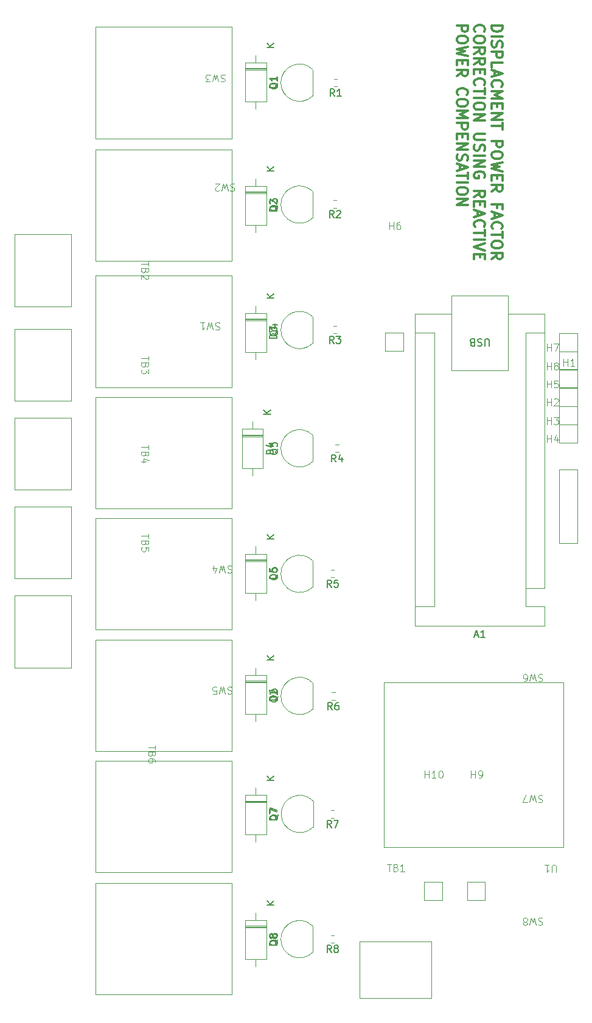
<source format=gbr>
%TF.GenerationSoftware,KiCad,Pcbnew,7.0.5*%
%TF.CreationDate,2024-04-02T13:29:20+05:30*%
%TF.ProjectId,RPFC_V0A,52504643-5f56-4304-912e-6b696361645f,rev?*%
%TF.SameCoordinates,Original*%
%TF.FileFunction,Legend,Top*%
%TF.FilePolarity,Positive*%
%FSLAX46Y46*%
G04 Gerber Fmt 4.6, Leading zero omitted, Abs format (unit mm)*
G04 Created by KiCad (PCBNEW 7.0.5) date 2024-04-02 13:29:20*
%MOMM*%
%LPD*%
G01*
G04 APERTURE LIST*
%ADD10C,0.300000*%
%ADD11C,0.100000*%
%ADD12C,0.150000*%
%ADD13C,0.120000*%
G04 APERTURE END LIST*
D10*
X88129171Y-29554510D02*
X89629171Y-29554510D01*
X89629171Y-29554510D02*
X89629171Y-29911653D01*
X89629171Y-29911653D02*
X89557742Y-30125939D01*
X89557742Y-30125939D02*
X89414885Y-30268796D01*
X89414885Y-30268796D02*
X89272028Y-30340225D01*
X89272028Y-30340225D02*
X88986314Y-30411653D01*
X88986314Y-30411653D02*
X88772028Y-30411653D01*
X88772028Y-30411653D02*
X88486314Y-30340225D01*
X88486314Y-30340225D02*
X88343457Y-30268796D01*
X88343457Y-30268796D02*
X88200600Y-30125939D01*
X88200600Y-30125939D02*
X88129171Y-29911653D01*
X88129171Y-29911653D02*
X88129171Y-29554510D01*
X88129171Y-31054510D02*
X89629171Y-31054510D01*
X88200600Y-31697368D02*
X88129171Y-31911654D01*
X88129171Y-31911654D02*
X88129171Y-32268796D01*
X88129171Y-32268796D02*
X88200600Y-32411654D01*
X88200600Y-32411654D02*
X88272028Y-32483082D01*
X88272028Y-32483082D02*
X88414885Y-32554511D01*
X88414885Y-32554511D02*
X88557742Y-32554511D01*
X88557742Y-32554511D02*
X88700600Y-32483082D01*
X88700600Y-32483082D02*
X88772028Y-32411654D01*
X88772028Y-32411654D02*
X88843457Y-32268796D01*
X88843457Y-32268796D02*
X88914885Y-31983082D01*
X88914885Y-31983082D02*
X88986314Y-31840225D01*
X88986314Y-31840225D02*
X89057742Y-31768796D01*
X89057742Y-31768796D02*
X89200600Y-31697368D01*
X89200600Y-31697368D02*
X89343457Y-31697368D01*
X89343457Y-31697368D02*
X89486314Y-31768796D01*
X89486314Y-31768796D02*
X89557742Y-31840225D01*
X89557742Y-31840225D02*
X89629171Y-31983082D01*
X89629171Y-31983082D02*
X89629171Y-32340225D01*
X89629171Y-32340225D02*
X89557742Y-32554511D01*
X88129171Y-33197367D02*
X89629171Y-33197367D01*
X89629171Y-33197367D02*
X89629171Y-33768796D01*
X89629171Y-33768796D02*
X89557742Y-33911653D01*
X89557742Y-33911653D02*
X89486314Y-33983082D01*
X89486314Y-33983082D02*
X89343457Y-34054510D01*
X89343457Y-34054510D02*
X89129171Y-34054510D01*
X89129171Y-34054510D02*
X88986314Y-33983082D01*
X88986314Y-33983082D02*
X88914885Y-33911653D01*
X88914885Y-33911653D02*
X88843457Y-33768796D01*
X88843457Y-33768796D02*
X88843457Y-33197367D01*
X88129171Y-35411653D02*
X88129171Y-34697367D01*
X88129171Y-34697367D02*
X89629171Y-34697367D01*
X88557742Y-35840225D02*
X88557742Y-36554511D01*
X88129171Y-35697368D02*
X89629171Y-36197368D01*
X89629171Y-36197368D02*
X88129171Y-36697368D01*
X88272028Y-38054510D02*
X88200600Y-37983082D01*
X88200600Y-37983082D02*
X88129171Y-37768796D01*
X88129171Y-37768796D02*
X88129171Y-37625939D01*
X88129171Y-37625939D02*
X88200600Y-37411653D01*
X88200600Y-37411653D02*
X88343457Y-37268796D01*
X88343457Y-37268796D02*
X88486314Y-37197367D01*
X88486314Y-37197367D02*
X88772028Y-37125939D01*
X88772028Y-37125939D02*
X88986314Y-37125939D01*
X88986314Y-37125939D02*
X89272028Y-37197367D01*
X89272028Y-37197367D02*
X89414885Y-37268796D01*
X89414885Y-37268796D02*
X89557742Y-37411653D01*
X89557742Y-37411653D02*
X89629171Y-37625939D01*
X89629171Y-37625939D02*
X89629171Y-37768796D01*
X89629171Y-37768796D02*
X89557742Y-37983082D01*
X89557742Y-37983082D02*
X89486314Y-38054510D01*
X88129171Y-38697367D02*
X89629171Y-38697367D01*
X89629171Y-38697367D02*
X88557742Y-39197367D01*
X88557742Y-39197367D02*
X89629171Y-39697367D01*
X89629171Y-39697367D02*
X88129171Y-39697367D01*
X88914885Y-40411653D02*
X88914885Y-40911653D01*
X88129171Y-41125939D02*
X88129171Y-40411653D01*
X88129171Y-40411653D02*
X89629171Y-40411653D01*
X89629171Y-40411653D02*
X89629171Y-41125939D01*
X88129171Y-41768796D02*
X89629171Y-41768796D01*
X89629171Y-41768796D02*
X88129171Y-42625939D01*
X88129171Y-42625939D02*
X89629171Y-42625939D01*
X89629171Y-43125940D02*
X89629171Y-43983083D01*
X88129171Y-43554511D02*
X89629171Y-43554511D01*
X88129171Y-45625939D02*
X89629171Y-45625939D01*
X89629171Y-45625939D02*
X89629171Y-46197368D01*
X89629171Y-46197368D02*
X89557742Y-46340225D01*
X89557742Y-46340225D02*
X89486314Y-46411654D01*
X89486314Y-46411654D02*
X89343457Y-46483082D01*
X89343457Y-46483082D02*
X89129171Y-46483082D01*
X89129171Y-46483082D02*
X88986314Y-46411654D01*
X88986314Y-46411654D02*
X88914885Y-46340225D01*
X88914885Y-46340225D02*
X88843457Y-46197368D01*
X88843457Y-46197368D02*
X88843457Y-45625939D01*
X89629171Y-47411654D02*
X89629171Y-47697368D01*
X89629171Y-47697368D02*
X89557742Y-47840225D01*
X89557742Y-47840225D02*
X89414885Y-47983082D01*
X89414885Y-47983082D02*
X89129171Y-48054511D01*
X89129171Y-48054511D02*
X88629171Y-48054511D01*
X88629171Y-48054511D02*
X88343457Y-47983082D01*
X88343457Y-47983082D02*
X88200600Y-47840225D01*
X88200600Y-47840225D02*
X88129171Y-47697368D01*
X88129171Y-47697368D02*
X88129171Y-47411654D01*
X88129171Y-47411654D02*
X88200600Y-47268797D01*
X88200600Y-47268797D02*
X88343457Y-47125939D01*
X88343457Y-47125939D02*
X88629171Y-47054511D01*
X88629171Y-47054511D02*
X89129171Y-47054511D01*
X89129171Y-47054511D02*
X89414885Y-47125939D01*
X89414885Y-47125939D02*
X89557742Y-47268797D01*
X89557742Y-47268797D02*
X89629171Y-47411654D01*
X89629171Y-48554511D02*
X88129171Y-48911654D01*
X88129171Y-48911654D02*
X89200600Y-49197368D01*
X89200600Y-49197368D02*
X88129171Y-49483083D01*
X88129171Y-49483083D02*
X89629171Y-49840226D01*
X88914885Y-50411654D02*
X88914885Y-50911654D01*
X88129171Y-51125940D02*
X88129171Y-50411654D01*
X88129171Y-50411654D02*
X89629171Y-50411654D01*
X89629171Y-50411654D02*
X89629171Y-51125940D01*
X88129171Y-52625940D02*
X88843457Y-52125940D01*
X88129171Y-51768797D02*
X89629171Y-51768797D01*
X89629171Y-51768797D02*
X89629171Y-52340226D01*
X89629171Y-52340226D02*
X89557742Y-52483083D01*
X89557742Y-52483083D02*
X89486314Y-52554512D01*
X89486314Y-52554512D02*
X89343457Y-52625940D01*
X89343457Y-52625940D02*
X89129171Y-52625940D01*
X89129171Y-52625940D02*
X88986314Y-52554512D01*
X88986314Y-52554512D02*
X88914885Y-52483083D01*
X88914885Y-52483083D02*
X88843457Y-52340226D01*
X88843457Y-52340226D02*
X88843457Y-51768797D01*
X88914885Y-54911654D02*
X88914885Y-54411654D01*
X88129171Y-54411654D02*
X89629171Y-54411654D01*
X89629171Y-54411654D02*
X89629171Y-55125940D01*
X88557742Y-55625940D02*
X88557742Y-56340226D01*
X88129171Y-55483083D02*
X89629171Y-55983083D01*
X89629171Y-55983083D02*
X88129171Y-56483083D01*
X88272028Y-57840225D02*
X88200600Y-57768797D01*
X88200600Y-57768797D02*
X88129171Y-57554511D01*
X88129171Y-57554511D02*
X88129171Y-57411654D01*
X88129171Y-57411654D02*
X88200600Y-57197368D01*
X88200600Y-57197368D02*
X88343457Y-57054511D01*
X88343457Y-57054511D02*
X88486314Y-56983082D01*
X88486314Y-56983082D02*
X88772028Y-56911654D01*
X88772028Y-56911654D02*
X88986314Y-56911654D01*
X88986314Y-56911654D02*
X89272028Y-56983082D01*
X89272028Y-56983082D02*
X89414885Y-57054511D01*
X89414885Y-57054511D02*
X89557742Y-57197368D01*
X89557742Y-57197368D02*
X89629171Y-57411654D01*
X89629171Y-57411654D02*
X89629171Y-57554511D01*
X89629171Y-57554511D02*
X89557742Y-57768797D01*
X89557742Y-57768797D02*
X89486314Y-57840225D01*
X89629171Y-58268797D02*
X89629171Y-59125940D01*
X88129171Y-58697368D02*
X89629171Y-58697368D01*
X89629171Y-59911654D02*
X89629171Y-60197368D01*
X89629171Y-60197368D02*
X89557742Y-60340225D01*
X89557742Y-60340225D02*
X89414885Y-60483082D01*
X89414885Y-60483082D02*
X89129171Y-60554511D01*
X89129171Y-60554511D02*
X88629171Y-60554511D01*
X88629171Y-60554511D02*
X88343457Y-60483082D01*
X88343457Y-60483082D02*
X88200600Y-60340225D01*
X88200600Y-60340225D02*
X88129171Y-60197368D01*
X88129171Y-60197368D02*
X88129171Y-59911654D01*
X88129171Y-59911654D02*
X88200600Y-59768797D01*
X88200600Y-59768797D02*
X88343457Y-59625939D01*
X88343457Y-59625939D02*
X88629171Y-59554511D01*
X88629171Y-59554511D02*
X89129171Y-59554511D01*
X89129171Y-59554511D02*
X89414885Y-59625939D01*
X89414885Y-59625939D02*
X89557742Y-59768797D01*
X89557742Y-59768797D02*
X89629171Y-59911654D01*
X88129171Y-62054511D02*
X88843457Y-61554511D01*
X88129171Y-61197368D02*
X89629171Y-61197368D01*
X89629171Y-61197368D02*
X89629171Y-61768797D01*
X89629171Y-61768797D02*
X89557742Y-61911654D01*
X89557742Y-61911654D02*
X89486314Y-61983083D01*
X89486314Y-61983083D02*
X89343457Y-62054511D01*
X89343457Y-62054511D02*
X89129171Y-62054511D01*
X89129171Y-62054511D02*
X88986314Y-61983083D01*
X88986314Y-61983083D02*
X88914885Y-61911654D01*
X88914885Y-61911654D02*
X88843457Y-61768797D01*
X88843457Y-61768797D02*
X88843457Y-61197368D01*
X85857028Y-30411653D02*
X85785600Y-30340225D01*
X85785600Y-30340225D02*
X85714171Y-30125939D01*
X85714171Y-30125939D02*
X85714171Y-29983082D01*
X85714171Y-29983082D02*
X85785600Y-29768796D01*
X85785600Y-29768796D02*
X85928457Y-29625939D01*
X85928457Y-29625939D02*
X86071314Y-29554510D01*
X86071314Y-29554510D02*
X86357028Y-29483082D01*
X86357028Y-29483082D02*
X86571314Y-29483082D01*
X86571314Y-29483082D02*
X86857028Y-29554510D01*
X86857028Y-29554510D02*
X86999885Y-29625939D01*
X86999885Y-29625939D02*
X87142742Y-29768796D01*
X87142742Y-29768796D02*
X87214171Y-29983082D01*
X87214171Y-29983082D02*
X87214171Y-30125939D01*
X87214171Y-30125939D02*
X87142742Y-30340225D01*
X87142742Y-30340225D02*
X87071314Y-30411653D01*
X87214171Y-31340225D02*
X87214171Y-31625939D01*
X87214171Y-31625939D02*
X87142742Y-31768796D01*
X87142742Y-31768796D02*
X86999885Y-31911653D01*
X86999885Y-31911653D02*
X86714171Y-31983082D01*
X86714171Y-31983082D02*
X86214171Y-31983082D01*
X86214171Y-31983082D02*
X85928457Y-31911653D01*
X85928457Y-31911653D02*
X85785600Y-31768796D01*
X85785600Y-31768796D02*
X85714171Y-31625939D01*
X85714171Y-31625939D02*
X85714171Y-31340225D01*
X85714171Y-31340225D02*
X85785600Y-31197368D01*
X85785600Y-31197368D02*
X85928457Y-31054510D01*
X85928457Y-31054510D02*
X86214171Y-30983082D01*
X86214171Y-30983082D02*
X86714171Y-30983082D01*
X86714171Y-30983082D02*
X86999885Y-31054510D01*
X86999885Y-31054510D02*
X87142742Y-31197368D01*
X87142742Y-31197368D02*
X87214171Y-31340225D01*
X85714171Y-33483082D02*
X86428457Y-32983082D01*
X85714171Y-32625939D02*
X87214171Y-32625939D01*
X87214171Y-32625939D02*
X87214171Y-33197368D01*
X87214171Y-33197368D02*
X87142742Y-33340225D01*
X87142742Y-33340225D02*
X87071314Y-33411654D01*
X87071314Y-33411654D02*
X86928457Y-33483082D01*
X86928457Y-33483082D02*
X86714171Y-33483082D01*
X86714171Y-33483082D02*
X86571314Y-33411654D01*
X86571314Y-33411654D02*
X86499885Y-33340225D01*
X86499885Y-33340225D02*
X86428457Y-33197368D01*
X86428457Y-33197368D02*
X86428457Y-32625939D01*
X85714171Y-34983082D02*
X86428457Y-34483082D01*
X85714171Y-34125939D02*
X87214171Y-34125939D01*
X87214171Y-34125939D02*
X87214171Y-34697368D01*
X87214171Y-34697368D02*
X87142742Y-34840225D01*
X87142742Y-34840225D02*
X87071314Y-34911654D01*
X87071314Y-34911654D02*
X86928457Y-34983082D01*
X86928457Y-34983082D02*
X86714171Y-34983082D01*
X86714171Y-34983082D02*
X86571314Y-34911654D01*
X86571314Y-34911654D02*
X86499885Y-34840225D01*
X86499885Y-34840225D02*
X86428457Y-34697368D01*
X86428457Y-34697368D02*
X86428457Y-34125939D01*
X86499885Y-35625939D02*
X86499885Y-36125939D01*
X85714171Y-36340225D02*
X85714171Y-35625939D01*
X85714171Y-35625939D02*
X87214171Y-35625939D01*
X87214171Y-35625939D02*
X87214171Y-36340225D01*
X85857028Y-37840225D02*
X85785600Y-37768797D01*
X85785600Y-37768797D02*
X85714171Y-37554511D01*
X85714171Y-37554511D02*
X85714171Y-37411654D01*
X85714171Y-37411654D02*
X85785600Y-37197368D01*
X85785600Y-37197368D02*
X85928457Y-37054511D01*
X85928457Y-37054511D02*
X86071314Y-36983082D01*
X86071314Y-36983082D02*
X86357028Y-36911654D01*
X86357028Y-36911654D02*
X86571314Y-36911654D01*
X86571314Y-36911654D02*
X86857028Y-36983082D01*
X86857028Y-36983082D02*
X86999885Y-37054511D01*
X86999885Y-37054511D02*
X87142742Y-37197368D01*
X87142742Y-37197368D02*
X87214171Y-37411654D01*
X87214171Y-37411654D02*
X87214171Y-37554511D01*
X87214171Y-37554511D02*
X87142742Y-37768797D01*
X87142742Y-37768797D02*
X87071314Y-37840225D01*
X87214171Y-38268797D02*
X87214171Y-39125940D01*
X85714171Y-38697368D02*
X87214171Y-38697368D01*
X85714171Y-39625939D02*
X87214171Y-39625939D01*
X87214171Y-40625940D02*
X87214171Y-40911654D01*
X87214171Y-40911654D02*
X87142742Y-41054511D01*
X87142742Y-41054511D02*
X86999885Y-41197368D01*
X86999885Y-41197368D02*
X86714171Y-41268797D01*
X86714171Y-41268797D02*
X86214171Y-41268797D01*
X86214171Y-41268797D02*
X85928457Y-41197368D01*
X85928457Y-41197368D02*
X85785600Y-41054511D01*
X85785600Y-41054511D02*
X85714171Y-40911654D01*
X85714171Y-40911654D02*
X85714171Y-40625940D01*
X85714171Y-40625940D02*
X85785600Y-40483083D01*
X85785600Y-40483083D02*
X85928457Y-40340225D01*
X85928457Y-40340225D02*
X86214171Y-40268797D01*
X86214171Y-40268797D02*
X86714171Y-40268797D01*
X86714171Y-40268797D02*
X86999885Y-40340225D01*
X86999885Y-40340225D02*
X87142742Y-40483083D01*
X87142742Y-40483083D02*
X87214171Y-40625940D01*
X85714171Y-41911654D02*
X87214171Y-41911654D01*
X87214171Y-41911654D02*
X85714171Y-42768797D01*
X85714171Y-42768797D02*
X87214171Y-42768797D01*
X87214171Y-44625940D02*
X85999885Y-44625940D01*
X85999885Y-44625940D02*
X85857028Y-44697369D01*
X85857028Y-44697369D02*
X85785600Y-44768798D01*
X85785600Y-44768798D02*
X85714171Y-44911655D01*
X85714171Y-44911655D02*
X85714171Y-45197369D01*
X85714171Y-45197369D02*
X85785600Y-45340226D01*
X85785600Y-45340226D02*
X85857028Y-45411655D01*
X85857028Y-45411655D02*
X85999885Y-45483083D01*
X85999885Y-45483083D02*
X87214171Y-45483083D01*
X85785600Y-46125941D02*
X85714171Y-46340227D01*
X85714171Y-46340227D02*
X85714171Y-46697369D01*
X85714171Y-46697369D02*
X85785600Y-46840227D01*
X85785600Y-46840227D02*
X85857028Y-46911655D01*
X85857028Y-46911655D02*
X85999885Y-46983084D01*
X85999885Y-46983084D02*
X86142742Y-46983084D01*
X86142742Y-46983084D02*
X86285600Y-46911655D01*
X86285600Y-46911655D02*
X86357028Y-46840227D01*
X86357028Y-46840227D02*
X86428457Y-46697369D01*
X86428457Y-46697369D02*
X86499885Y-46411655D01*
X86499885Y-46411655D02*
X86571314Y-46268798D01*
X86571314Y-46268798D02*
X86642742Y-46197369D01*
X86642742Y-46197369D02*
X86785600Y-46125941D01*
X86785600Y-46125941D02*
X86928457Y-46125941D01*
X86928457Y-46125941D02*
X87071314Y-46197369D01*
X87071314Y-46197369D02*
X87142742Y-46268798D01*
X87142742Y-46268798D02*
X87214171Y-46411655D01*
X87214171Y-46411655D02*
X87214171Y-46768798D01*
X87214171Y-46768798D02*
X87142742Y-46983084D01*
X85714171Y-47625940D02*
X87214171Y-47625940D01*
X85714171Y-48340226D02*
X87214171Y-48340226D01*
X87214171Y-48340226D02*
X85714171Y-49197369D01*
X85714171Y-49197369D02*
X87214171Y-49197369D01*
X87142742Y-50697370D02*
X87214171Y-50554513D01*
X87214171Y-50554513D02*
X87214171Y-50340227D01*
X87214171Y-50340227D02*
X87142742Y-50125941D01*
X87142742Y-50125941D02*
X86999885Y-49983084D01*
X86999885Y-49983084D02*
X86857028Y-49911655D01*
X86857028Y-49911655D02*
X86571314Y-49840227D01*
X86571314Y-49840227D02*
X86357028Y-49840227D01*
X86357028Y-49840227D02*
X86071314Y-49911655D01*
X86071314Y-49911655D02*
X85928457Y-49983084D01*
X85928457Y-49983084D02*
X85785600Y-50125941D01*
X85785600Y-50125941D02*
X85714171Y-50340227D01*
X85714171Y-50340227D02*
X85714171Y-50483084D01*
X85714171Y-50483084D02*
X85785600Y-50697370D01*
X85785600Y-50697370D02*
X85857028Y-50768798D01*
X85857028Y-50768798D02*
X86357028Y-50768798D01*
X86357028Y-50768798D02*
X86357028Y-50483084D01*
X85714171Y-53411655D02*
X86428457Y-52911655D01*
X85714171Y-52554512D02*
X87214171Y-52554512D01*
X87214171Y-52554512D02*
X87214171Y-53125941D01*
X87214171Y-53125941D02*
X87142742Y-53268798D01*
X87142742Y-53268798D02*
X87071314Y-53340227D01*
X87071314Y-53340227D02*
X86928457Y-53411655D01*
X86928457Y-53411655D02*
X86714171Y-53411655D01*
X86714171Y-53411655D02*
X86571314Y-53340227D01*
X86571314Y-53340227D02*
X86499885Y-53268798D01*
X86499885Y-53268798D02*
X86428457Y-53125941D01*
X86428457Y-53125941D02*
X86428457Y-52554512D01*
X86499885Y-54054512D02*
X86499885Y-54554512D01*
X85714171Y-54768798D02*
X85714171Y-54054512D01*
X85714171Y-54054512D02*
X87214171Y-54054512D01*
X87214171Y-54054512D02*
X87214171Y-54768798D01*
X86142742Y-55340227D02*
X86142742Y-56054513D01*
X85714171Y-55197370D02*
X87214171Y-55697370D01*
X87214171Y-55697370D02*
X85714171Y-56197370D01*
X85857028Y-57554512D02*
X85785600Y-57483084D01*
X85785600Y-57483084D02*
X85714171Y-57268798D01*
X85714171Y-57268798D02*
X85714171Y-57125941D01*
X85714171Y-57125941D02*
X85785600Y-56911655D01*
X85785600Y-56911655D02*
X85928457Y-56768798D01*
X85928457Y-56768798D02*
X86071314Y-56697369D01*
X86071314Y-56697369D02*
X86357028Y-56625941D01*
X86357028Y-56625941D02*
X86571314Y-56625941D01*
X86571314Y-56625941D02*
X86857028Y-56697369D01*
X86857028Y-56697369D02*
X86999885Y-56768798D01*
X86999885Y-56768798D02*
X87142742Y-56911655D01*
X87142742Y-56911655D02*
X87214171Y-57125941D01*
X87214171Y-57125941D02*
X87214171Y-57268798D01*
X87214171Y-57268798D02*
X87142742Y-57483084D01*
X87142742Y-57483084D02*
X87071314Y-57554512D01*
X87214171Y-57983084D02*
X87214171Y-58840227D01*
X85714171Y-58411655D02*
X87214171Y-58411655D01*
X85714171Y-59340226D02*
X87214171Y-59340226D01*
X87214171Y-59840227D02*
X85714171Y-60340227D01*
X85714171Y-60340227D02*
X87214171Y-60840227D01*
X86499885Y-61340226D02*
X86499885Y-61840226D01*
X85714171Y-62054512D02*
X85714171Y-61340226D01*
X85714171Y-61340226D02*
X87214171Y-61340226D01*
X87214171Y-61340226D02*
X87214171Y-62054512D01*
X83299171Y-29554510D02*
X84799171Y-29554510D01*
X84799171Y-29554510D02*
X84799171Y-30125939D01*
X84799171Y-30125939D02*
X84727742Y-30268796D01*
X84727742Y-30268796D02*
X84656314Y-30340225D01*
X84656314Y-30340225D02*
X84513457Y-30411653D01*
X84513457Y-30411653D02*
X84299171Y-30411653D01*
X84299171Y-30411653D02*
X84156314Y-30340225D01*
X84156314Y-30340225D02*
X84084885Y-30268796D01*
X84084885Y-30268796D02*
X84013457Y-30125939D01*
X84013457Y-30125939D02*
X84013457Y-29554510D01*
X84799171Y-31340225D02*
X84799171Y-31625939D01*
X84799171Y-31625939D02*
X84727742Y-31768796D01*
X84727742Y-31768796D02*
X84584885Y-31911653D01*
X84584885Y-31911653D02*
X84299171Y-31983082D01*
X84299171Y-31983082D02*
X83799171Y-31983082D01*
X83799171Y-31983082D02*
X83513457Y-31911653D01*
X83513457Y-31911653D02*
X83370600Y-31768796D01*
X83370600Y-31768796D02*
X83299171Y-31625939D01*
X83299171Y-31625939D02*
X83299171Y-31340225D01*
X83299171Y-31340225D02*
X83370600Y-31197368D01*
X83370600Y-31197368D02*
X83513457Y-31054510D01*
X83513457Y-31054510D02*
X83799171Y-30983082D01*
X83799171Y-30983082D02*
X84299171Y-30983082D01*
X84299171Y-30983082D02*
X84584885Y-31054510D01*
X84584885Y-31054510D02*
X84727742Y-31197368D01*
X84727742Y-31197368D02*
X84799171Y-31340225D01*
X84799171Y-32483082D02*
X83299171Y-32840225D01*
X83299171Y-32840225D02*
X84370600Y-33125939D01*
X84370600Y-33125939D02*
X83299171Y-33411654D01*
X83299171Y-33411654D02*
X84799171Y-33768797D01*
X84084885Y-34340225D02*
X84084885Y-34840225D01*
X83299171Y-35054511D02*
X83299171Y-34340225D01*
X83299171Y-34340225D02*
X84799171Y-34340225D01*
X84799171Y-34340225D02*
X84799171Y-35054511D01*
X83299171Y-36554511D02*
X84013457Y-36054511D01*
X83299171Y-35697368D02*
X84799171Y-35697368D01*
X84799171Y-35697368D02*
X84799171Y-36268797D01*
X84799171Y-36268797D02*
X84727742Y-36411654D01*
X84727742Y-36411654D02*
X84656314Y-36483083D01*
X84656314Y-36483083D02*
X84513457Y-36554511D01*
X84513457Y-36554511D02*
X84299171Y-36554511D01*
X84299171Y-36554511D02*
X84156314Y-36483083D01*
X84156314Y-36483083D02*
X84084885Y-36411654D01*
X84084885Y-36411654D02*
X84013457Y-36268797D01*
X84013457Y-36268797D02*
X84013457Y-35697368D01*
X83442028Y-39197368D02*
X83370600Y-39125940D01*
X83370600Y-39125940D02*
X83299171Y-38911654D01*
X83299171Y-38911654D02*
X83299171Y-38768797D01*
X83299171Y-38768797D02*
X83370600Y-38554511D01*
X83370600Y-38554511D02*
X83513457Y-38411654D01*
X83513457Y-38411654D02*
X83656314Y-38340225D01*
X83656314Y-38340225D02*
X83942028Y-38268797D01*
X83942028Y-38268797D02*
X84156314Y-38268797D01*
X84156314Y-38268797D02*
X84442028Y-38340225D01*
X84442028Y-38340225D02*
X84584885Y-38411654D01*
X84584885Y-38411654D02*
X84727742Y-38554511D01*
X84727742Y-38554511D02*
X84799171Y-38768797D01*
X84799171Y-38768797D02*
X84799171Y-38911654D01*
X84799171Y-38911654D02*
X84727742Y-39125940D01*
X84727742Y-39125940D02*
X84656314Y-39197368D01*
X84799171Y-40125940D02*
X84799171Y-40411654D01*
X84799171Y-40411654D02*
X84727742Y-40554511D01*
X84727742Y-40554511D02*
X84584885Y-40697368D01*
X84584885Y-40697368D02*
X84299171Y-40768797D01*
X84299171Y-40768797D02*
X83799171Y-40768797D01*
X83799171Y-40768797D02*
X83513457Y-40697368D01*
X83513457Y-40697368D02*
X83370600Y-40554511D01*
X83370600Y-40554511D02*
X83299171Y-40411654D01*
X83299171Y-40411654D02*
X83299171Y-40125940D01*
X83299171Y-40125940D02*
X83370600Y-39983083D01*
X83370600Y-39983083D02*
X83513457Y-39840225D01*
X83513457Y-39840225D02*
X83799171Y-39768797D01*
X83799171Y-39768797D02*
X84299171Y-39768797D01*
X84299171Y-39768797D02*
X84584885Y-39840225D01*
X84584885Y-39840225D02*
X84727742Y-39983083D01*
X84727742Y-39983083D02*
X84799171Y-40125940D01*
X83299171Y-41411654D02*
X84799171Y-41411654D01*
X84799171Y-41411654D02*
X83727742Y-41911654D01*
X83727742Y-41911654D02*
X84799171Y-42411654D01*
X84799171Y-42411654D02*
X83299171Y-42411654D01*
X83299171Y-43125940D02*
X84799171Y-43125940D01*
X84799171Y-43125940D02*
X84799171Y-43697369D01*
X84799171Y-43697369D02*
X84727742Y-43840226D01*
X84727742Y-43840226D02*
X84656314Y-43911655D01*
X84656314Y-43911655D02*
X84513457Y-43983083D01*
X84513457Y-43983083D02*
X84299171Y-43983083D01*
X84299171Y-43983083D02*
X84156314Y-43911655D01*
X84156314Y-43911655D02*
X84084885Y-43840226D01*
X84084885Y-43840226D02*
X84013457Y-43697369D01*
X84013457Y-43697369D02*
X84013457Y-43125940D01*
X84084885Y-44625940D02*
X84084885Y-45125940D01*
X83299171Y-45340226D02*
X83299171Y-44625940D01*
X83299171Y-44625940D02*
X84799171Y-44625940D01*
X84799171Y-44625940D02*
X84799171Y-45340226D01*
X83299171Y-45983083D02*
X84799171Y-45983083D01*
X84799171Y-45983083D02*
X83299171Y-46840226D01*
X83299171Y-46840226D02*
X84799171Y-46840226D01*
X83370600Y-47483084D02*
X83299171Y-47697370D01*
X83299171Y-47697370D02*
X83299171Y-48054512D01*
X83299171Y-48054512D02*
X83370600Y-48197370D01*
X83370600Y-48197370D02*
X83442028Y-48268798D01*
X83442028Y-48268798D02*
X83584885Y-48340227D01*
X83584885Y-48340227D02*
X83727742Y-48340227D01*
X83727742Y-48340227D02*
X83870600Y-48268798D01*
X83870600Y-48268798D02*
X83942028Y-48197370D01*
X83942028Y-48197370D02*
X84013457Y-48054512D01*
X84013457Y-48054512D02*
X84084885Y-47768798D01*
X84084885Y-47768798D02*
X84156314Y-47625941D01*
X84156314Y-47625941D02*
X84227742Y-47554512D01*
X84227742Y-47554512D02*
X84370600Y-47483084D01*
X84370600Y-47483084D02*
X84513457Y-47483084D01*
X84513457Y-47483084D02*
X84656314Y-47554512D01*
X84656314Y-47554512D02*
X84727742Y-47625941D01*
X84727742Y-47625941D02*
X84799171Y-47768798D01*
X84799171Y-47768798D02*
X84799171Y-48125941D01*
X84799171Y-48125941D02*
X84727742Y-48340227D01*
X83727742Y-48911655D02*
X83727742Y-49625941D01*
X83299171Y-48768798D02*
X84799171Y-49268798D01*
X84799171Y-49268798D02*
X83299171Y-49768798D01*
X84799171Y-50054512D02*
X84799171Y-50911655D01*
X83299171Y-50483083D02*
X84799171Y-50483083D01*
X83299171Y-51411654D02*
X84799171Y-51411654D01*
X84799171Y-52411655D02*
X84799171Y-52697369D01*
X84799171Y-52697369D02*
X84727742Y-52840226D01*
X84727742Y-52840226D02*
X84584885Y-52983083D01*
X84584885Y-52983083D02*
X84299171Y-53054512D01*
X84299171Y-53054512D02*
X83799171Y-53054512D01*
X83799171Y-53054512D02*
X83513457Y-52983083D01*
X83513457Y-52983083D02*
X83370600Y-52840226D01*
X83370600Y-52840226D02*
X83299171Y-52697369D01*
X83299171Y-52697369D02*
X83299171Y-52411655D01*
X83299171Y-52411655D02*
X83370600Y-52268798D01*
X83370600Y-52268798D02*
X83513457Y-52125940D01*
X83513457Y-52125940D02*
X83799171Y-52054512D01*
X83799171Y-52054512D02*
X84299171Y-52054512D01*
X84299171Y-52054512D02*
X84584885Y-52125940D01*
X84584885Y-52125940D02*
X84727742Y-52268798D01*
X84727742Y-52268798D02*
X84799171Y-52411655D01*
X83299171Y-53697369D02*
X84799171Y-53697369D01*
X84799171Y-53697369D02*
X83299171Y-54554512D01*
X83299171Y-54554512D02*
X84799171Y-54554512D01*
D11*
%TO.C,H10*%
X78801905Y-134277419D02*
X78801905Y-133277419D01*
X78801905Y-133753609D02*
X79373333Y-133753609D01*
X79373333Y-134277419D02*
X79373333Y-133277419D01*
X80373333Y-134277419D02*
X79801905Y-134277419D01*
X80087619Y-134277419D02*
X80087619Y-133277419D01*
X80087619Y-133277419D02*
X79992381Y-133420276D01*
X79992381Y-133420276D02*
X79897143Y-133515514D01*
X79897143Y-133515514D02*
X79801905Y-133563133D01*
X80992381Y-133277419D02*
X81087619Y-133277419D01*
X81087619Y-133277419D02*
X81182857Y-133325038D01*
X81182857Y-133325038D02*
X81230476Y-133372657D01*
X81230476Y-133372657D02*
X81278095Y-133467895D01*
X81278095Y-133467895D02*
X81325714Y-133658371D01*
X81325714Y-133658371D02*
X81325714Y-133896466D01*
X81325714Y-133896466D02*
X81278095Y-134086942D01*
X81278095Y-134086942D02*
X81230476Y-134182180D01*
X81230476Y-134182180D02*
X81182857Y-134229800D01*
X81182857Y-134229800D02*
X81087619Y-134277419D01*
X81087619Y-134277419D02*
X80992381Y-134277419D01*
X80992381Y-134277419D02*
X80897143Y-134229800D01*
X80897143Y-134229800D02*
X80849524Y-134182180D01*
X80849524Y-134182180D02*
X80801905Y-134086942D01*
X80801905Y-134086942D02*
X80754286Y-133896466D01*
X80754286Y-133896466D02*
X80754286Y-133658371D01*
X80754286Y-133658371D02*
X80801905Y-133467895D01*
X80801905Y-133467895D02*
X80849524Y-133372657D01*
X80849524Y-133372657D02*
X80897143Y-133325038D01*
X80897143Y-133325038D02*
X80992381Y-133277419D01*
%TO.C,H9*%
X85278095Y-134277419D02*
X85278095Y-133277419D01*
X85278095Y-133753609D02*
X85849523Y-133753609D01*
X85849523Y-134277419D02*
X85849523Y-133277419D01*
X86373333Y-134277419D02*
X86563809Y-134277419D01*
X86563809Y-134277419D02*
X86659047Y-134229800D01*
X86659047Y-134229800D02*
X86706666Y-134182180D01*
X86706666Y-134182180D02*
X86801904Y-134039323D01*
X86801904Y-134039323D02*
X86849523Y-133848847D01*
X86849523Y-133848847D02*
X86849523Y-133467895D01*
X86849523Y-133467895D02*
X86801904Y-133372657D01*
X86801904Y-133372657D02*
X86754285Y-133325038D01*
X86754285Y-133325038D02*
X86659047Y-133277419D01*
X86659047Y-133277419D02*
X86468571Y-133277419D01*
X86468571Y-133277419D02*
X86373333Y-133325038D01*
X86373333Y-133325038D02*
X86325714Y-133372657D01*
X86325714Y-133372657D02*
X86278095Y-133467895D01*
X86278095Y-133467895D02*
X86278095Y-133705990D01*
X86278095Y-133705990D02*
X86325714Y-133801228D01*
X86325714Y-133801228D02*
X86373333Y-133848847D01*
X86373333Y-133848847D02*
X86468571Y-133896466D01*
X86468571Y-133896466D02*
X86659047Y-133896466D01*
X86659047Y-133896466D02*
X86754285Y-133848847D01*
X86754285Y-133848847D02*
X86801904Y-133801228D01*
X86801904Y-133801228D02*
X86849523Y-133705990D01*
D12*
%TO.C,D8*%
X58224819Y-157548094D02*
X57224819Y-157548094D01*
X57224819Y-157548094D02*
X57224819Y-157309999D01*
X57224819Y-157309999D02*
X57272438Y-157167142D01*
X57272438Y-157167142D02*
X57367676Y-157071904D01*
X57367676Y-157071904D02*
X57462914Y-157024285D01*
X57462914Y-157024285D02*
X57653390Y-156976666D01*
X57653390Y-156976666D02*
X57796247Y-156976666D01*
X57796247Y-156976666D02*
X57986723Y-157024285D01*
X57986723Y-157024285D02*
X58081961Y-157071904D01*
X58081961Y-157071904D02*
X58177200Y-157167142D01*
X58177200Y-157167142D02*
X58224819Y-157309999D01*
X58224819Y-157309999D02*
X58224819Y-157548094D01*
X57653390Y-156405237D02*
X57605771Y-156500475D01*
X57605771Y-156500475D02*
X57558152Y-156548094D01*
X57558152Y-156548094D02*
X57462914Y-156595713D01*
X57462914Y-156595713D02*
X57415295Y-156595713D01*
X57415295Y-156595713D02*
X57320057Y-156548094D01*
X57320057Y-156548094D02*
X57272438Y-156500475D01*
X57272438Y-156500475D02*
X57224819Y-156405237D01*
X57224819Y-156405237D02*
X57224819Y-156214761D01*
X57224819Y-156214761D02*
X57272438Y-156119523D01*
X57272438Y-156119523D02*
X57320057Y-156071904D01*
X57320057Y-156071904D02*
X57415295Y-156024285D01*
X57415295Y-156024285D02*
X57462914Y-156024285D01*
X57462914Y-156024285D02*
X57558152Y-156071904D01*
X57558152Y-156071904D02*
X57605771Y-156119523D01*
X57605771Y-156119523D02*
X57653390Y-156214761D01*
X57653390Y-156214761D02*
X57653390Y-156405237D01*
X57653390Y-156405237D02*
X57701009Y-156500475D01*
X57701009Y-156500475D02*
X57748628Y-156548094D01*
X57748628Y-156548094D02*
X57843866Y-156595713D01*
X57843866Y-156595713D02*
X58034342Y-156595713D01*
X58034342Y-156595713D02*
X58129580Y-156548094D01*
X58129580Y-156548094D02*
X58177200Y-156500475D01*
X58177200Y-156500475D02*
X58224819Y-156405237D01*
X58224819Y-156405237D02*
X58224819Y-156214761D01*
X58224819Y-156214761D02*
X58177200Y-156119523D01*
X58177200Y-156119523D02*
X58129580Y-156071904D01*
X58129580Y-156071904D02*
X58034342Y-156024285D01*
X58034342Y-156024285D02*
X57843866Y-156024285D01*
X57843866Y-156024285D02*
X57748628Y-156071904D01*
X57748628Y-156071904D02*
X57701009Y-156119523D01*
X57701009Y-156119523D02*
X57653390Y-156214761D01*
X57854819Y-151991904D02*
X56854819Y-151991904D01*
X57854819Y-151420476D02*
X57283390Y-151849047D01*
X56854819Y-151420476D02*
X57426247Y-151991904D01*
%TO.C,D1*%
X58224819Y-38138094D02*
X57224819Y-38138094D01*
X57224819Y-38138094D02*
X57224819Y-37899999D01*
X57224819Y-37899999D02*
X57272438Y-37757142D01*
X57272438Y-37757142D02*
X57367676Y-37661904D01*
X57367676Y-37661904D02*
X57462914Y-37614285D01*
X57462914Y-37614285D02*
X57653390Y-37566666D01*
X57653390Y-37566666D02*
X57796247Y-37566666D01*
X57796247Y-37566666D02*
X57986723Y-37614285D01*
X57986723Y-37614285D02*
X58081961Y-37661904D01*
X58081961Y-37661904D02*
X58177200Y-37757142D01*
X58177200Y-37757142D02*
X58224819Y-37899999D01*
X58224819Y-37899999D02*
X58224819Y-38138094D01*
X58224819Y-36614285D02*
X58224819Y-37185713D01*
X58224819Y-36899999D02*
X57224819Y-36899999D01*
X57224819Y-36899999D02*
X57367676Y-36995237D01*
X57367676Y-36995237D02*
X57462914Y-37090475D01*
X57462914Y-37090475D02*
X57510533Y-37185713D01*
X57854819Y-32581904D02*
X56854819Y-32581904D01*
X57854819Y-32010476D02*
X57283390Y-32439047D01*
X56854819Y-32010476D02*
X57426247Y-32581904D01*
D11*
%TO.C,TB5*%
X40402580Y-100318095D02*
X40402580Y-100889523D01*
X39402580Y-100603809D02*
X40402580Y-100603809D01*
X39926390Y-101556190D02*
X39878771Y-101699047D01*
X39878771Y-101699047D02*
X39831152Y-101746666D01*
X39831152Y-101746666D02*
X39735914Y-101794285D01*
X39735914Y-101794285D02*
X39593057Y-101794285D01*
X39593057Y-101794285D02*
X39497819Y-101746666D01*
X39497819Y-101746666D02*
X39450200Y-101699047D01*
X39450200Y-101699047D02*
X39402580Y-101603809D01*
X39402580Y-101603809D02*
X39402580Y-101222857D01*
X39402580Y-101222857D02*
X40402580Y-101222857D01*
X40402580Y-101222857D02*
X40402580Y-101556190D01*
X40402580Y-101556190D02*
X40354961Y-101651428D01*
X40354961Y-101651428D02*
X40307342Y-101699047D01*
X40307342Y-101699047D02*
X40212104Y-101746666D01*
X40212104Y-101746666D02*
X40116866Y-101746666D01*
X40116866Y-101746666D02*
X40021628Y-101699047D01*
X40021628Y-101699047D02*
X39974009Y-101651428D01*
X39974009Y-101651428D02*
X39926390Y-101556190D01*
X39926390Y-101556190D02*
X39926390Y-101222857D01*
X40402580Y-102699047D02*
X40402580Y-102222857D01*
X40402580Y-102222857D02*
X39926390Y-102175238D01*
X39926390Y-102175238D02*
X39974009Y-102222857D01*
X39974009Y-102222857D02*
X40021628Y-102318095D01*
X40021628Y-102318095D02*
X40021628Y-102556190D01*
X40021628Y-102556190D02*
X39974009Y-102651428D01*
X39974009Y-102651428D02*
X39926390Y-102699047D01*
X39926390Y-102699047D02*
X39831152Y-102746666D01*
X39831152Y-102746666D02*
X39593057Y-102746666D01*
X39593057Y-102746666D02*
X39497819Y-102699047D01*
X39497819Y-102699047D02*
X39450200Y-102651428D01*
X39450200Y-102651428D02*
X39402580Y-102556190D01*
X39402580Y-102556190D02*
X39402580Y-102318095D01*
X39402580Y-102318095D02*
X39450200Y-102222857D01*
X39450200Y-102222857D02*
X39497819Y-102175238D01*
D12*
%TO.C,D3*%
X58224819Y-73038094D02*
X57224819Y-73038094D01*
X57224819Y-73038094D02*
X57224819Y-72799999D01*
X57224819Y-72799999D02*
X57272438Y-72657142D01*
X57272438Y-72657142D02*
X57367676Y-72561904D01*
X57367676Y-72561904D02*
X57462914Y-72514285D01*
X57462914Y-72514285D02*
X57653390Y-72466666D01*
X57653390Y-72466666D02*
X57796247Y-72466666D01*
X57796247Y-72466666D02*
X57986723Y-72514285D01*
X57986723Y-72514285D02*
X58081961Y-72561904D01*
X58081961Y-72561904D02*
X58177200Y-72657142D01*
X58177200Y-72657142D02*
X58224819Y-72799999D01*
X58224819Y-72799999D02*
X58224819Y-73038094D01*
X57224819Y-72133332D02*
X57224819Y-71514285D01*
X57224819Y-71514285D02*
X57605771Y-71847618D01*
X57605771Y-71847618D02*
X57605771Y-71704761D01*
X57605771Y-71704761D02*
X57653390Y-71609523D01*
X57653390Y-71609523D02*
X57701009Y-71561904D01*
X57701009Y-71561904D02*
X57796247Y-71514285D01*
X57796247Y-71514285D02*
X58034342Y-71514285D01*
X58034342Y-71514285D02*
X58129580Y-71561904D01*
X58129580Y-71561904D02*
X58177200Y-71609523D01*
X58177200Y-71609523D02*
X58224819Y-71704761D01*
X58224819Y-71704761D02*
X58224819Y-71990475D01*
X58224819Y-71990475D02*
X58177200Y-72085713D01*
X58177200Y-72085713D02*
X58129580Y-72133332D01*
X57854819Y-67481904D02*
X56854819Y-67481904D01*
X57854819Y-66910476D02*
X57283390Y-67339047D01*
X56854819Y-66910476D02*
X57426247Y-67481904D01*
D11*
%TO.C,H8*%
X95838095Y-77457419D02*
X95838095Y-76457419D01*
X95838095Y-76933609D02*
X96409523Y-76933609D01*
X96409523Y-77457419D02*
X96409523Y-76457419D01*
X97028571Y-76885990D02*
X96933333Y-76838371D01*
X96933333Y-76838371D02*
X96885714Y-76790752D01*
X96885714Y-76790752D02*
X96838095Y-76695514D01*
X96838095Y-76695514D02*
X96838095Y-76647895D01*
X96838095Y-76647895D02*
X96885714Y-76552657D01*
X96885714Y-76552657D02*
X96933333Y-76505038D01*
X96933333Y-76505038D02*
X97028571Y-76457419D01*
X97028571Y-76457419D02*
X97219047Y-76457419D01*
X97219047Y-76457419D02*
X97314285Y-76505038D01*
X97314285Y-76505038D02*
X97361904Y-76552657D01*
X97361904Y-76552657D02*
X97409523Y-76647895D01*
X97409523Y-76647895D02*
X97409523Y-76695514D01*
X97409523Y-76695514D02*
X97361904Y-76790752D01*
X97361904Y-76790752D02*
X97314285Y-76838371D01*
X97314285Y-76838371D02*
X97219047Y-76885990D01*
X97219047Y-76885990D02*
X97028571Y-76885990D01*
X97028571Y-76885990D02*
X96933333Y-76933609D01*
X96933333Y-76933609D02*
X96885714Y-76981228D01*
X96885714Y-76981228D02*
X96838095Y-77076466D01*
X96838095Y-77076466D02*
X96838095Y-77266942D01*
X96838095Y-77266942D02*
X96885714Y-77362180D01*
X96885714Y-77362180D02*
X96933333Y-77409800D01*
X96933333Y-77409800D02*
X97028571Y-77457419D01*
X97028571Y-77457419D02*
X97219047Y-77457419D01*
X97219047Y-77457419D02*
X97314285Y-77409800D01*
X97314285Y-77409800D02*
X97361904Y-77362180D01*
X97361904Y-77362180D02*
X97409523Y-77266942D01*
X97409523Y-77266942D02*
X97409523Y-77076466D01*
X97409523Y-77076466D02*
X97361904Y-76981228D01*
X97361904Y-76981228D02*
X97314285Y-76933609D01*
X97314285Y-76933609D02*
X97219047Y-76885990D01*
D12*
%TO.C,Q4*%
X58390057Y-72025238D02*
X58342438Y-72120476D01*
X58342438Y-72120476D02*
X58247200Y-72215714D01*
X58247200Y-72215714D02*
X58104342Y-72358571D01*
X58104342Y-72358571D02*
X58056723Y-72453809D01*
X58056723Y-72453809D02*
X58056723Y-72549047D01*
X58294819Y-72501428D02*
X58247200Y-72596666D01*
X58247200Y-72596666D02*
X58151961Y-72691904D01*
X58151961Y-72691904D02*
X57961485Y-72739523D01*
X57961485Y-72739523D02*
X57628152Y-72739523D01*
X57628152Y-72739523D02*
X57437676Y-72691904D01*
X57437676Y-72691904D02*
X57342438Y-72596666D01*
X57342438Y-72596666D02*
X57294819Y-72501428D01*
X57294819Y-72501428D02*
X57294819Y-72310952D01*
X57294819Y-72310952D02*
X57342438Y-72215714D01*
X57342438Y-72215714D02*
X57437676Y-72120476D01*
X57437676Y-72120476D02*
X57628152Y-72072857D01*
X57628152Y-72072857D02*
X57961485Y-72072857D01*
X57961485Y-72072857D02*
X58151961Y-72120476D01*
X58151961Y-72120476D02*
X58247200Y-72215714D01*
X58247200Y-72215714D02*
X58294819Y-72310952D01*
X58294819Y-72310952D02*
X58294819Y-72501428D01*
X57628152Y-71215714D02*
X58294819Y-71215714D01*
X57247200Y-71453809D02*
X57961485Y-71691904D01*
X57961485Y-71691904D02*
X57961485Y-71072857D01*
D11*
%TO.C,SW4*%
X51973332Y-104770200D02*
X51830475Y-104722580D01*
X51830475Y-104722580D02*
X51592380Y-104722580D01*
X51592380Y-104722580D02*
X51497142Y-104770200D01*
X51497142Y-104770200D02*
X51449523Y-104817819D01*
X51449523Y-104817819D02*
X51401904Y-104913057D01*
X51401904Y-104913057D02*
X51401904Y-105008295D01*
X51401904Y-105008295D02*
X51449523Y-105103533D01*
X51449523Y-105103533D02*
X51497142Y-105151152D01*
X51497142Y-105151152D02*
X51592380Y-105198771D01*
X51592380Y-105198771D02*
X51782856Y-105246390D01*
X51782856Y-105246390D02*
X51878094Y-105294009D01*
X51878094Y-105294009D02*
X51925713Y-105341628D01*
X51925713Y-105341628D02*
X51973332Y-105436866D01*
X51973332Y-105436866D02*
X51973332Y-105532104D01*
X51973332Y-105532104D02*
X51925713Y-105627342D01*
X51925713Y-105627342D02*
X51878094Y-105674961D01*
X51878094Y-105674961D02*
X51782856Y-105722580D01*
X51782856Y-105722580D02*
X51544761Y-105722580D01*
X51544761Y-105722580D02*
X51401904Y-105674961D01*
X51068570Y-105722580D02*
X50830475Y-104722580D01*
X50830475Y-104722580D02*
X50639999Y-105436866D01*
X50639999Y-105436866D02*
X50449523Y-104722580D01*
X50449523Y-104722580D02*
X50211428Y-105722580D01*
X49401904Y-105389247D02*
X49401904Y-104722580D01*
X49639999Y-105770200D02*
X49878094Y-105055914D01*
X49878094Y-105055914D02*
X49259047Y-105055914D01*
%TO.C,SW7*%
X95178332Y-136735200D02*
X95035475Y-136687580D01*
X95035475Y-136687580D02*
X94797380Y-136687580D01*
X94797380Y-136687580D02*
X94702142Y-136735200D01*
X94702142Y-136735200D02*
X94654523Y-136782819D01*
X94654523Y-136782819D02*
X94606904Y-136878057D01*
X94606904Y-136878057D02*
X94606904Y-136973295D01*
X94606904Y-136973295D02*
X94654523Y-137068533D01*
X94654523Y-137068533D02*
X94702142Y-137116152D01*
X94702142Y-137116152D02*
X94797380Y-137163771D01*
X94797380Y-137163771D02*
X94987856Y-137211390D01*
X94987856Y-137211390D02*
X95083094Y-137259009D01*
X95083094Y-137259009D02*
X95130713Y-137306628D01*
X95130713Y-137306628D02*
X95178332Y-137401866D01*
X95178332Y-137401866D02*
X95178332Y-137497104D01*
X95178332Y-137497104D02*
X95130713Y-137592342D01*
X95130713Y-137592342D02*
X95083094Y-137639961D01*
X95083094Y-137639961D02*
X94987856Y-137687580D01*
X94987856Y-137687580D02*
X94749761Y-137687580D01*
X94749761Y-137687580D02*
X94606904Y-137639961D01*
X94273570Y-137687580D02*
X94035475Y-136687580D01*
X94035475Y-136687580D02*
X93844999Y-137401866D01*
X93844999Y-137401866D02*
X93654523Y-136687580D01*
X93654523Y-136687580D02*
X93416428Y-137687580D01*
X93130713Y-137687580D02*
X92464047Y-137687580D01*
X92464047Y-137687580D02*
X92892618Y-136687580D01*
D12*
%TO.C,Q6*%
X58390057Y-105965238D02*
X58342438Y-106060476D01*
X58342438Y-106060476D02*
X58247200Y-106155714D01*
X58247200Y-106155714D02*
X58104342Y-106298571D01*
X58104342Y-106298571D02*
X58056723Y-106393809D01*
X58056723Y-106393809D02*
X58056723Y-106489047D01*
X58294819Y-106441428D02*
X58247200Y-106536666D01*
X58247200Y-106536666D02*
X58151961Y-106631904D01*
X58151961Y-106631904D02*
X57961485Y-106679523D01*
X57961485Y-106679523D02*
X57628152Y-106679523D01*
X57628152Y-106679523D02*
X57437676Y-106631904D01*
X57437676Y-106631904D02*
X57342438Y-106536666D01*
X57342438Y-106536666D02*
X57294819Y-106441428D01*
X57294819Y-106441428D02*
X57294819Y-106250952D01*
X57294819Y-106250952D02*
X57342438Y-106155714D01*
X57342438Y-106155714D02*
X57437676Y-106060476D01*
X57437676Y-106060476D02*
X57628152Y-106012857D01*
X57628152Y-106012857D02*
X57961485Y-106012857D01*
X57961485Y-106012857D02*
X58151961Y-106060476D01*
X58151961Y-106060476D02*
X58247200Y-106155714D01*
X58247200Y-106155714D02*
X58294819Y-106250952D01*
X58294819Y-106250952D02*
X58294819Y-106441428D01*
X57294819Y-105155714D02*
X57294819Y-105346190D01*
X57294819Y-105346190D02*
X57342438Y-105441428D01*
X57342438Y-105441428D02*
X57390057Y-105489047D01*
X57390057Y-105489047D02*
X57532914Y-105584285D01*
X57532914Y-105584285D02*
X57723390Y-105631904D01*
X57723390Y-105631904D02*
X58104342Y-105631904D01*
X58104342Y-105631904D02*
X58199580Y-105584285D01*
X58199580Y-105584285D02*
X58247200Y-105536666D01*
X58247200Y-105536666D02*
X58294819Y-105441428D01*
X58294819Y-105441428D02*
X58294819Y-105250952D01*
X58294819Y-105250952D02*
X58247200Y-105155714D01*
X58247200Y-105155714D02*
X58199580Y-105108095D01*
X58199580Y-105108095D02*
X58104342Y-105060476D01*
X58104342Y-105060476D02*
X57866247Y-105060476D01*
X57866247Y-105060476D02*
X57771009Y-105108095D01*
X57771009Y-105108095D02*
X57723390Y-105155714D01*
X57723390Y-105155714D02*
X57675771Y-105250952D01*
X57675771Y-105250952D02*
X57675771Y-105441428D01*
X57675771Y-105441428D02*
X57723390Y-105536666D01*
X57723390Y-105536666D02*
X57771009Y-105584285D01*
X57771009Y-105584285D02*
X57866247Y-105631904D01*
%TO.C,R2*%
X66158333Y-56284819D02*
X65825000Y-55808628D01*
X65586905Y-56284819D02*
X65586905Y-55284819D01*
X65586905Y-55284819D02*
X65967857Y-55284819D01*
X65967857Y-55284819D02*
X66063095Y-55332438D01*
X66063095Y-55332438D02*
X66110714Y-55380057D01*
X66110714Y-55380057D02*
X66158333Y-55475295D01*
X66158333Y-55475295D02*
X66158333Y-55618152D01*
X66158333Y-55618152D02*
X66110714Y-55713390D01*
X66110714Y-55713390D02*
X66063095Y-55761009D01*
X66063095Y-55761009D02*
X65967857Y-55808628D01*
X65967857Y-55808628D02*
X65586905Y-55808628D01*
X66539286Y-55380057D02*
X66586905Y-55332438D01*
X66586905Y-55332438D02*
X66682143Y-55284819D01*
X66682143Y-55284819D02*
X66920238Y-55284819D01*
X66920238Y-55284819D02*
X67015476Y-55332438D01*
X67015476Y-55332438D02*
X67063095Y-55380057D01*
X67063095Y-55380057D02*
X67110714Y-55475295D01*
X67110714Y-55475295D02*
X67110714Y-55570533D01*
X67110714Y-55570533D02*
X67063095Y-55713390D01*
X67063095Y-55713390D02*
X66491667Y-56284819D01*
X66491667Y-56284819D02*
X67110714Y-56284819D01*
%TO.C,Q3*%
X58390057Y-54565238D02*
X58342438Y-54660476D01*
X58342438Y-54660476D02*
X58247200Y-54755714D01*
X58247200Y-54755714D02*
X58104342Y-54898571D01*
X58104342Y-54898571D02*
X58056723Y-54993809D01*
X58056723Y-54993809D02*
X58056723Y-55089047D01*
X58294819Y-55041428D02*
X58247200Y-55136666D01*
X58247200Y-55136666D02*
X58151961Y-55231904D01*
X58151961Y-55231904D02*
X57961485Y-55279523D01*
X57961485Y-55279523D02*
X57628152Y-55279523D01*
X57628152Y-55279523D02*
X57437676Y-55231904D01*
X57437676Y-55231904D02*
X57342438Y-55136666D01*
X57342438Y-55136666D02*
X57294819Y-55041428D01*
X57294819Y-55041428D02*
X57294819Y-54850952D01*
X57294819Y-54850952D02*
X57342438Y-54755714D01*
X57342438Y-54755714D02*
X57437676Y-54660476D01*
X57437676Y-54660476D02*
X57628152Y-54612857D01*
X57628152Y-54612857D02*
X57961485Y-54612857D01*
X57961485Y-54612857D02*
X58151961Y-54660476D01*
X58151961Y-54660476D02*
X58247200Y-54755714D01*
X58247200Y-54755714D02*
X58294819Y-54850952D01*
X58294819Y-54850952D02*
X58294819Y-55041428D01*
X57294819Y-54279523D02*
X57294819Y-53660476D01*
X57294819Y-53660476D02*
X57675771Y-53993809D01*
X57675771Y-53993809D02*
X57675771Y-53850952D01*
X57675771Y-53850952D02*
X57723390Y-53755714D01*
X57723390Y-53755714D02*
X57771009Y-53708095D01*
X57771009Y-53708095D02*
X57866247Y-53660476D01*
X57866247Y-53660476D02*
X58104342Y-53660476D01*
X58104342Y-53660476D02*
X58199580Y-53708095D01*
X58199580Y-53708095D02*
X58247200Y-53755714D01*
X58247200Y-53755714D02*
X58294819Y-53850952D01*
X58294819Y-53850952D02*
X58294819Y-54136666D01*
X58294819Y-54136666D02*
X58247200Y-54231904D01*
X58247200Y-54231904D02*
X58199580Y-54279523D01*
%TO.C,Q1*%
X58390057Y-37595238D02*
X58342438Y-37690476D01*
X58342438Y-37690476D02*
X58247200Y-37785714D01*
X58247200Y-37785714D02*
X58104342Y-37928571D01*
X58104342Y-37928571D02*
X58056723Y-38023809D01*
X58056723Y-38023809D02*
X58056723Y-38119047D01*
X58294819Y-38071428D02*
X58247200Y-38166666D01*
X58247200Y-38166666D02*
X58151961Y-38261904D01*
X58151961Y-38261904D02*
X57961485Y-38309523D01*
X57961485Y-38309523D02*
X57628152Y-38309523D01*
X57628152Y-38309523D02*
X57437676Y-38261904D01*
X57437676Y-38261904D02*
X57342438Y-38166666D01*
X57342438Y-38166666D02*
X57294819Y-38071428D01*
X57294819Y-38071428D02*
X57294819Y-37880952D01*
X57294819Y-37880952D02*
X57342438Y-37785714D01*
X57342438Y-37785714D02*
X57437676Y-37690476D01*
X57437676Y-37690476D02*
X57628152Y-37642857D01*
X57628152Y-37642857D02*
X57961485Y-37642857D01*
X57961485Y-37642857D02*
X58151961Y-37690476D01*
X58151961Y-37690476D02*
X58247200Y-37785714D01*
X58247200Y-37785714D02*
X58294819Y-37880952D01*
X58294819Y-37880952D02*
X58294819Y-38071428D01*
X58294819Y-36690476D02*
X58294819Y-37261904D01*
X58294819Y-36976190D02*
X57294819Y-36976190D01*
X57294819Y-36976190D02*
X57437676Y-37071428D01*
X57437676Y-37071428D02*
X57532914Y-37166666D01*
X57532914Y-37166666D02*
X57580533Y-37261904D01*
D11*
%TO.C,SW6*%
X95178332Y-119885200D02*
X95035475Y-119837580D01*
X95035475Y-119837580D02*
X94797380Y-119837580D01*
X94797380Y-119837580D02*
X94702142Y-119885200D01*
X94702142Y-119885200D02*
X94654523Y-119932819D01*
X94654523Y-119932819D02*
X94606904Y-120028057D01*
X94606904Y-120028057D02*
X94606904Y-120123295D01*
X94606904Y-120123295D02*
X94654523Y-120218533D01*
X94654523Y-120218533D02*
X94702142Y-120266152D01*
X94702142Y-120266152D02*
X94797380Y-120313771D01*
X94797380Y-120313771D02*
X94987856Y-120361390D01*
X94987856Y-120361390D02*
X95083094Y-120409009D01*
X95083094Y-120409009D02*
X95130713Y-120456628D01*
X95130713Y-120456628D02*
X95178332Y-120551866D01*
X95178332Y-120551866D02*
X95178332Y-120647104D01*
X95178332Y-120647104D02*
X95130713Y-120742342D01*
X95130713Y-120742342D02*
X95083094Y-120789961D01*
X95083094Y-120789961D02*
X94987856Y-120837580D01*
X94987856Y-120837580D02*
X94749761Y-120837580D01*
X94749761Y-120837580D02*
X94606904Y-120789961D01*
X94273570Y-120837580D02*
X94035475Y-119837580D01*
X94035475Y-119837580D02*
X93844999Y-120551866D01*
X93844999Y-120551866D02*
X93654523Y-119837580D01*
X93654523Y-119837580D02*
X93416428Y-120837580D01*
X92606904Y-120837580D02*
X92797380Y-120837580D01*
X92797380Y-120837580D02*
X92892618Y-120789961D01*
X92892618Y-120789961D02*
X92940237Y-120742342D01*
X92940237Y-120742342D02*
X93035475Y-120599485D01*
X93035475Y-120599485D02*
X93083094Y-120409009D01*
X93083094Y-120409009D02*
X93083094Y-120028057D01*
X93083094Y-120028057D02*
X93035475Y-119932819D01*
X93035475Y-119932819D02*
X92987856Y-119885200D01*
X92987856Y-119885200D02*
X92892618Y-119837580D01*
X92892618Y-119837580D02*
X92702142Y-119837580D01*
X92702142Y-119837580D02*
X92606904Y-119885200D01*
X92606904Y-119885200D02*
X92559285Y-119932819D01*
X92559285Y-119932819D02*
X92511666Y-120028057D01*
X92511666Y-120028057D02*
X92511666Y-120266152D01*
X92511666Y-120266152D02*
X92559285Y-120361390D01*
X92559285Y-120361390D02*
X92606904Y-120409009D01*
X92606904Y-120409009D02*
X92702142Y-120456628D01*
X92702142Y-120456628D02*
X92892618Y-120456628D01*
X92892618Y-120456628D02*
X92987856Y-120409009D01*
X92987856Y-120409009D02*
X93035475Y-120361390D01*
X93035475Y-120361390D02*
X93083094Y-120266152D01*
%TO.C,SW8*%
X95178332Y-153785200D02*
X95035475Y-153737580D01*
X95035475Y-153737580D02*
X94797380Y-153737580D01*
X94797380Y-153737580D02*
X94702142Y-153785200D01*
X94702142Y-153785200D02*
X94654523Y-153832819D01*
X94654523Y-153832819D02*
X94606904Y-153928057D01*
X94606904Y-153928057D02*
X94606904Y-154023295D01*
X94606904Y-154023295D02*
X94654523Y-154118533D01*
X94654523Y-154118533D02*
X94702142Y-154166152D01*
X94702142Y-154166152D02*
X94797380Y-154213771D01*
X94797380Y-154213771D02*
X94987856Y-154261390D01*
X94987856Y-154261390D02*
X95083094Y-154309009D01*
X95083094Y-154309009D02*
X95130713Y-154356628D01*
X95130713Y-154356628D02*
X95178332Y-154451866D01*
X95178332Y-154451866D02*
X95178332Y-154547104D01*
X95178332Y-154547104D02*
X95130713Y-154642342D01*
X95130713Y-154642342D02*
X95083094Y-154689961D01*
X95083094Y-154689961D02*
X94987856Y-154737580D01*
X94987856Y-154737580D02*
X94749761Y-154737580D01*
X94749761Y-154737580D02*
X94606904Y-154689961D01*
X94273570Y-154737580D02*
X94035475Y-153737580D01*
X94035475Y-153737580D02*
X93844999Y-154451866D01*
X93844999Y-154451866D02*
X93654523Y-153737580D01*
X93654523Y-153737580D02*
X93416428Y-154737580D01*
X92892618Y-154309009D02*
X92987856Y-154356628D01*
X92987856Y-154356628D02*
X93035475Y-154404247D01*
X93035475Y-154404247D02*
X93083094Y-154499485D01*
X93083094Y-154499485D02*
X93083094Y-154547104D01*
X93083094Y-154547104D02*
X93035475Y-154642342D01*
X93035475Y-154642342D02*
X92987856Y-154689961D01*
X92987856Y-154689961D02*
X92892618Y-154737580D01*
X92892618Y-154737580D02*
X92702142Y-154737580D01*
X92702142Y-154737580D02*
X92606904Y-154689961D01*
X92606904Y-154689961D02*
X92559285Y-154642342D01*
X92559285Y-154642342D02*
X92511666Y-154547104D01*
X92511666Y-154547104D02*
X92511666Y-154499485D01*
X92511666Y-154499485D02*
X92559285Y-154404247D01*
X92559285Y-154404247D02*
X92606904Y-154356628D01*
X92606904Y-154356628D02*
X92702142Y-154309009D01*
X92702142Y-154309009D02*
X92892618Y-154309009D01*
X92892618Y-154309009D02*
X92987856Y-154261390D01*
X92987856Y-154261390D02*
X93035475Y-154213771D01*
X93035475Y-154213771D02*
X93083094Y-154118533D01*
X93083094Y-154118533D02*
X93083094Y-153928057D01*
X93083094Y-153928057D02*
X93035475Y-153832819D01*
X93035475Y-153832819D02*
X92987856Y-153785200D01*
X92987856Y-153785200D02*
X92892618Y-153737580D01*
X92892618Y-153737580D02*
X92702142Y-153737580D01*
X92702142Y-153737580D02*
X92606904Y-153785200D01*
X92606904Y-153785200D02*
X92559285Y-153832819D01*
X92559285Y-153832819D02*
X92511666Y-153928057D01*
X92511666Y-153928057D02*
X92511666Y-154118533D01*
X92511666Y-154118533D02*
X92559285Y-154213771D01*
X92559285Y-154213771D02*
X92606904Y-154261390D01*
X92606904Y-154261390D02*
X92702142Y-154309009D01*
D12*
%TO.C,R1*%
X66258333Y-39384819D02*
X65925000Y-38908628D01*
X65686905Y-39384819D02*
X65686905Y-38384819D01*
X65686905Y-38384819D02*
X66067857Y-38384819D01*
X66067857Y-38384819D02*
X66163095Y-38432438D01*
X66163095Y-38432438D02*
X66210714Y-38480057D01*
X66210714Y-38480057D02*
X66258333Y-38575295D01*
X66258333Y-38575295D02*
X66258333Y-38718152D01*
X66258333Y-38718152D02*
X66210714Y-38813390D01*
X66210714Y-38813390D02*
X66163095Y-38861009D01*
X66163095Y-38861009D02*
X66067857Y-38908628D01*
X66067857Y-38908628D02*
X65686905Y-38908628D01*
X67210714Y-39384819D02*
X66639286Y-39384819D01*
X66925000Y-39384819D02*
X66925000Y-38384819D01*
X66925000Y-38384819D02*
X66829762Y-38527676D01*
X66829762Y-38527676D02*
X66734524Y-38622914D01*
X66734524Y-38622914D02*
X66639286Y-38670533D01*
D11*
%TO.C,SW2*%
X52333332Y-51590200D02*
X52190475Y-51542580D01*
X52190475Y-51542580D02*
X51952380Y-51542580D01*
X51952380Y-51542580D02*
X51857142Y-51590200D01*
X51857142Y-51590200D02*
X51809523Y-51637819D01*
X51809523Y-51637819D02*
X51761904Y-51733057D01*
X51761904Y-51733057D02*
X51761904Y-51828295D01*
X51761904Y-51828295D02*
X51809523Y-51923533D01*
X51809523Y-51923533D02*
X51857142Y-51971152D01*
X51857142Y-51971152D02*
X51952380Y-52018771D01*
X51952380Y-52018771D02*
X52142856Y-52066390D01*
X52142856Y-52066390D02*
X52238094Y-52114009D01*
X52238094Y-52114009D02*
X52285713Y-52161628D01*
X52285713Y-52161628D02*
X52333332Y-52256866D01*
X52333332Y-52256866D02*
X52333332Y-52352104D01*
X52333332Y-52352104D02*
X52285713Y-52447342D01*
X52285713Y-52447342D02*
X52238094Y-52494961D01*
X52238094Y-52494961D02*
X52142856Y-52542580D01*
X52142856Y-52542580D02*
X51904761Y-52542580D01*
X51904761Y-52542580D02*
X51761904Y-52494961D01*
X51428570Y-52542580D02*
X51190475Y-51542580D01*
X51190475Y-51542580D02*
X50999999Y-52256866D01*
X50999999Y-52256866D02*
X50809523Y-51542580D01*
X50809523Y-51542580D02*
X50571428Y-52542580D01*
X50238094Y-52447342D02*
X50190475Y-52494961D01*
X50190475Y-52494961D02*
X50095237Y-52542580D01*
X50095237Y-52542580D02*
X49857142Y-52542580D01*
X49857142Y-52542580D02*
X49761904Y-52494961D01*
X49761904Y-52494961D02*
X49714285Y-52447342D01*
X49714285Y-52447342D02*
X49666666Y-52352104D01*
X49666666Y-52352104D02*
X49666666Y-52256866D01*
X49666666Y-52256866D02*
X49714285Y-52114009D01*
X49714285Y-52114009D02*
X50285713Y-51542580D01*
X50285713Y-51542580D02*
X49666666Y-51542580D01*
D12*
%TO.C,R5*%
X65833333Y-107734819D02*
X65500000Y-107258628D01*
X65261905Y-107734819D02*
X65261905Y-106734819D01*
X65261905Y-106734819D02*
X65642857Y-106734819D01*
X65642857Y-106734819D02*
X65738095Y-106782438D01*
X65738095Y-106782438D02*
X65785714Y-106830057D01*
X65785714Y-106830057D02*
X65833333Y-106925295D01*
X65833333Y-106925295D02*
X65833333Y-107068152D01*
X65833333Y-107068152D02*
X65785714Y-107163390D01*
X65785714Y-107163390D02*
X65738095Y-107211009D01*
X65738095Y-107211009D02*
X65642857Y-107258628D01*
X65642857Y-107258628D02*
X65261905Y-107258628D01*
X66738095Y-106734819D02*
X66261905Y-106734819D01*
X66261905Y-106734819D02*
X66214286Y-107211009D01*
X66214286Y-107211009D02*
X66261905Y-107163390D01*
X66261905Y-107163390D02*
X66357143Y-107115771D01*
X66357143Y-107115771D02*
X66595238Y-107115771D01*
X66595238Y-107115771D02*
X66690476Y-107163390D01*
X66690476Y-107163390D02*
X66738095Y-107211009D01*
X66738095Y-107211009D02*
X66785714Y-107306247D01*
X66785714Y-107306247D02*
X66785714Y-107544342D01*
X66785714Y-107544342D02*
X66738095Y-107639580D01*
X66738095Y-107639580D02*
X66690476Y-107687200D01*
X66690476Y-107687200D02*
X66595238Y-107734819D01*
X66595238Y-107734819D02*
X66357143Y-107734819D01*
X66357143Y-107734819D02*
X66261905Y-107687200D01*
X66261905Y-107687200D02*
X66214286Y-107639580D01*
%TO.C,D4*%
X57774819Y-89178094D02*
X56774819Y-89178094D01*
X56774819Y-89178094D02*
X56774819Y-88939999D01*
X56774819Y-88939999D02*
X56822438Y-88797142D01*
X56822438Y-88797142D02*
X56917676Y-88701904D01*
X56917676Y-88701904D02*
X57012914Y-88654285D01*
X57012914Y-88654285D02*
X57203390Y-88606666D01*
X57203390Y-88606666D02*
X57346247Y-88606666D01*
X57346247Y-88606666D02*
X57536723Y-88654285D01*
X57536723Y-88654285D02*
X57631961Y-88701904D01*
X57631961Y-88701904D02*
X57727200Y-88797142D01*
X57727200Y-88797142D02*
X57774819Y-88939999D01*
X57774819Y-88939999D02*
X57774819Y-89178094D01*
X57108152Y-87749523D02*
X57774819Y-87749523D01*
X56727200Y-87987618D02*
X57441485Y-88225713D01*
X57441485Y-88225713D02*
X57441485Y-87606666D01*
X57404819Y-83621904D02*
X56404819Y-83621904D01*
X57404819Y-83050476D02*
X56833390Y-83479047D01*
X56404819Y-83050476D02*
X56976247Y-83621904D01*
%TO.C,R3*%
X66158333Y-73784819D02*
X65825000Y-73308628D01*
X65586905Y-73784819D02*
X65586905Y-72784819D01*
X65586905Y-72784819D02*
X65967857Y-72784819D01*
X65967857Y-72784819D02*
X66063095Y-72832438D01*
X66063095Y-72832438D02*
X66110714Y-72880057D01*
X66110714Y-72880057D02*
X66158333Y-72975295D01*
X66158333Y-72975295D02*
X66158333Y-73118152D01*
X66158333Y-73118152D02*
X66110714Y-73213390D01*
X66110714Y-73213390D02*
X66063095Y-73261009D01*
X66063095Y-73261009D02*
X65967857Y-73308628D01*
X65967857Y-73308628D02*
X65586905Y-73308628D01*
X66491667Y-72784819D02*
X67110714Y-72784819D01*
X67110714Y-72784819D02*
X66777381Y-73165771D01*
X66777381Y-73165771D02*
X66920238Y-73165771D01*
X66920238Y-73165771D02*
X67015476Y-73213390D01*
X67015476Y-73213390D02*
X67063095Y-73261009D01*
X67063095Y-73261009D02*
X67110714Y-73356247D01*
X67110714Y-73356247D02*
X67110714Y-73594342D01*
X67110714Y-73594342D02*
X67063095Y-73689580D01*
X67063095Y-73689580D02*
X67015476Y-73737200D01*
X67015476Y-73737200D02*
X66920238Y-73784819D01*
X66920238Y-73784819D02*
X66634524Y-73784819D01*
X66634524Y-73784819D02*
X66539286Y-73737200D01*
X66539286Y-73737200D02*
X66491667Y-73689580D01*
%TO.C,R6*%
X65933333Y-124784819D02*
X65600000Y-124308628D01*
X65361905Y-124784819D02*
X65361905Y-123784819D01*
X65361905Y-123784819D02*
X65742857Y-123784819D01*
X65742857Y-123784819D02*
X65838095Y-123832438D01*
X65838095Y-123832438D02*
X65885714Y-123880057D01*
X65885714Y-123880057D02*
X65933333Y-123975295D01*
X65933333Y-123975295D02*
X65933333Y-124118152D01*
X65933333Y-124118152D02*
X65885714Y-124213390D01*
X65885714Y-124213390D02*
X65838095Y-124261009D01*
X65838095Y-124261009D02*
X65742857Y-124308628D01*
X65742857Y-124308628D02*
X65361905Y-124308628D01*
X66790476Y-123784819D02*
X66600000Y-123784819D01*
X66600000Y-123784819D02*
X66504762Y-123832438D01*
X66504762Y-123832438D02*
X66457143Y-123880057D01*
X66457143Y-123880057D02*
X66361905Y-124022914D01*
X66361905Y-124022914D02*
X66314286Y-124213390D01*
X66314286Y-124213390D02*
X66314286Y-124594342D01*
X66314286Y-124594342D02*
X66361905Y-124689580D01*
X66361905Y-124689580D02*
X66409524Y-124737200D01*
X66409524Y-124737200D02*
X66504762Y-124784819D01*
X66504762Y-124784819D02*
X66695238Y-124784819D01*
X66695238Y-124784819D02*
X66790476Y-124737200D01*
X66790476Y-124737200D02*
X66838095Y-124689580D01*
X66838095Y-124689580D02*
X66885714Y-124594342D01*
X66885714Y-124594342D02*
X66885714Y-124356247D01*
X66885714Y-124356247D02*
X66838095Y-124261009D01*
X66838095Y-124261009D02*
X66790476Y-124213390D01*
X66790476Y-124213390D02*
X66695238Y-124165771D01*
X66695238Y-124165771D02*
X66504762Y-124165771D01*
X66504762Y-124165771D02*
X66409524Y-124213390D01*
X66409524Y-124213390D02*
X66361905Y-124261009D01*
X66361905Y-124261009D02*
X66314286Y-124356247D01*
D11*
%TO.C,TB4*%
X40402580Y-87958095D02*
X40402580Y-88529523D01*
X39402580Y-88243809D02*
X40402580Y-88243809D01*
X39926390Y-89196190D02*
X39878771Y-89339047D01*
X39878771Y-89339047D02*
X39831152Y-89386666D01*
X39831152Y-89386666D02*
X39735914Y-89434285D01*
X39735914Y-89434285D02*
X39593057Y-89434285D01*
X39593057Y-89434285D02*
X39497819Y-89386666D01*
X39497819Y-89386666D02*
X39450200Y-89339047D01*
X39450200Y-89339047D02*
X39402580Y-89243809D01*
X39402580Y-89243809D02*
X39402580Y-88862857D01*
X39402580Y-88862857D02*
X40402580Y-88862857D01*
X40402580Y-88862857D02*
X40402580Y-89196190D01*
X40402580Y-89196190D02*
X40354961Y-89291428D01*
X40354961Y-89291428D02*
X40307342Y-89339047D01*
X40307342Y-89339047D02*
X40212104Y-89386666D01*
X40212104Y-89386666D02*
X40116866Y-89386666D01*
X40116866Y-89386666D02*
X40021628Y-89339047D01*
X40021628Y-89339047D02*
X39974009Y-89291428D01*
X39974009Y-89291428D02*
X39926390Y-89196190D01*
X39926390Y-89196190D02*
X39926390Y-88862857D01*
X40069247Y-90291428D02*
X39402580Y-90291428D01*
X40450200Y-90053333D02*
X39735914Y-89815238D01*
X39735914Y-89815238D02*
X39735914Y-90434285D01*
%TO.C,SW3*%
X51013332Y-36420200D02*
X50870475Y-36372580D01*
X50870475Y-36372580D02*
X50632380Y-36372580D01*
X50632380Y-36372580D02*
X50537142Y-36420200D01*
X50537142Y-36420200D02*
X50489523Y-36467819D01*
X50489523Y-36467819D02*
X50441904Y-36563057D01*
X50441904Y-36563057D02*
X50441904Y-36658295D01*
X50441904Y-36658295D02*
X50489523Y-36753533D01*
X50489523Y-36753533D02*
X50537142Y-36801152D01*
X50537142Y-36801152D02*
X50632380Y-36848771D01*
X50632380Y-36848771D02*
X50822856Y-36896390D01*
X50822856Y-36896390D02*
X50918094Y-36944009D01*
X50918094Y-36944009D02*
X50965713Y-36991628D01*
X50965713Y-36991628D02*
X51013332Y-37086866D01*
X51013332Y-37086866D02*
X51013332Y-37182104D01*
X51013332Y-37182104D02*
X50965713Y-37277342D01*
X50965713Y-37277342D02*
X50918094Y-37324961D01*
X50918094Y-37324961D02*
X50822856Y-37372580D01*
X50822856Y-37372580D02*
X50584761Y-37372580D01*
X50584761Y-37372580D02*
X50441904Y-37324961D01*
X50108570Y-37372580D02*
X49870475Y-36372580D01*
X49870475Y-36372580D02*
X49679999Y-37086866D01*
X49679999Y-37086866D02*
X49489523Y-36372580D01*
X49489523Y-36372580D02*
X49251428Y-37372580D01*
X48965713Y-37372580D02*
X48346666Y-37372580D01*
X48346666Y-37372580D02*
X48679999Y-36991628D01*
X48679999Y-36991628D02*
X48537142Y-36991628D01*
X48537142Y-36991628D02*
X48441904Y-36944009D01*
X48441904Y-36944009D02*
X48394285Y-36896390D01*
X48394285Y-36896390D02*
X48346666Y-36801152D01*
X48346666Y-36801152D02*
X48346666Y-36563057D01*
X48346666Y-36563057D02*
X48394285Y-36467819D01*
X48394285Y-36467819D02*
X48441904Y-36420200D01*
X48441904Y-36420200D02*
X48537142Y-36372580D01*
X48537142Y-36372580D02*
X48822856Y-36372580D01*
X48822856Y-36372580D02*
X48918094Y-36420200D01*
X48918094Y-36420200D02*
X48965713Y-36467819D01*
%TO.C,SW5*%
X51973332Y-121630200D02*
X51830475Y-121582580D01*
X51830475Y-121582580D02*
X51592380Y-121582580D01*
X51592380Y-121582580D02*
X51497142Y-121630200D01*
X51497142Y-121630200D02*
X51449523Y-121677819D01*
X51449523Y-121677819D02*
X51401904Y-121773057D01*
X51401904Y-121773057D02*
X51401904Y-121868295D01*
X51401904Y-121868295D02*
X51449523Y-121963533D01*
X51449523Y-121963533D02*
X51497142Y-122011152D01*
X51497142Y-122011152D02*
X51592380Y-122058771D01*
X51592380Y-122058771D02*
X51782856Y-122106390D01*
X51782856Y-122106390D02*
X51878094Y-122154009D01*
X51878094Y-122154009D02*
X51925713Y-122201628D01*
X51925713Y-122201628D02*
X51973332Y-122296866D01*
X51973332Y-122296866D02*
X51973332Y-122392104D01*
X51973332Y-122392104D02*
X51925713Y-122487342D01*
X51925713Y-122487342D02*
X51878094Y-122534961D01*
X51878094Y-122534961D02*
X51782856Y-122582580D01*
X51782856Y-122582580D02*
X51544761Y-122582580D01*
X51544761Y-122582580D02*
X51401904Y-122534961D01*
X51068570Y-122582580D02*
X50830475Y-121582580D01*
X50830475Y-121582580D02*
X50639999Y-122296866D01*
X50639999Y-122296866D02*
X50449523Y-121582580D01*
X50449523Y-121582580D02*
X50211428Y-122582580D01*
X49354285Y-122582580D02*
X49830475Y-122582580D01*
X49830475Y-122582580D02*
X49878094Y-122106390D01*
X49878094Y-122106390D02*
X49830475Y-122154009D01*
X49830475Y-122154009D02*
X49735237Y-122201628D01*
X49735237Y-122201628D02*
X49497142Y-122201628D01*
X49497142Y-122201628D02*
X49401904Y-122154009D01*
X49401904Y-122154009D02*
X49354285Y-122106390D01*
X49354285Y-122106390D02*
X49306666Y-122011152D01*
X49306666Y-122011152D02*
X49306666Y-121773057D01*
X49306666Y-121773057D02*
X49354285Y-121677819D01*
X49354285Y-121677819D02*
X49401904Y-121630200D01*
X49401904Y-121630200D02*
X49497142Y-121582580D01*
X49497142Y-121582580D02*
X49735237Y-121582580D01*
X49735237Y-121582580D02*
X49830475Y-121630200D01*
X49830475Y-121630200D02*
X49878094Y-121677819D01*
%TO.C,H7*%
X95838095Y-74857419D02*
X95838095Y-73857419D01*
X95838095Y-74333609D02*
X96409523Y-74333609D01*
X96409523Y-74857419D02*
X96409523Y-73857419D01*
X96790476Y-73857419D02*
X97457142Y-73857419D01*
X97457142Y-73857419D02*
X97028571Y-74857419D01*
D12*
%TO.C,A1*%
X85780714Y-114419104D02*
X86256904Y-114419104D01*
X85685476Y-114704819D02*
X86018809Y-113704819D01*
X86018809Y-113704819D02*
X86352142Y-114704819D01*
X87209285Y-114704819D02*
X86637857Y-114704819D01*
X86923571Y-114704819D02*
X86923571Y-113704819D01*
X86923571Y-113704819D02*
X86828333Y-113847676D01*
X86828333Y-113847676D02*
X86733095Y-113942914D01*
X86733095Y-113942914D02*
X86637857Y-113990533D01*
X87756904Y-74155180D02*
X87756904Y-73345657D01*
X87756904Y-73345657D02*
X87709285Y-73250419D01*
X87709285Y-73250419D02*
X87661666Y-73202800D01*
X87661666Y-73202800D02*
X87566428Y-73155180D01*
X87566428Y-73155180D02*
X87375952Y-73155180D01*
X87375952Y-73155180D02*
X87280714Y-73202800D01*
X87280714Y-73202800D02*
X87233095Y-73250419D01*
X87233095Y-73250419D02*
X87185476Y-73345657D01*
X87185476Y-73345657D02*
X87185476Y-74155180D01*
X86756904Y-73202800D02*
X86614047Y-73155180D01*
X86614047Y-73155180D02*
X86375952Y-73155180D01*
X86375952Y-73155180D02*
X86280714Y-73202800D01*
X86280714Y-73202800D02*
X86233095Y-73250419D01*
X86233095Y-73250419D02*
X86185476Y-73345657D01*
X86185476Y-73345657D02*
X86185476Y-73440895D01*
X86185476Y-73440895D02*
X86233095Y-73536133D01*
X86233095Y-73536133D02*
X86280714Y-73583752D01*
X86280714Y-73583752D02*
X86375952Y-73631371D01*
X86375952Y-73631371D02*
X86566428Y-73678990D01*
X86566428Y-73678990D02*
X86661666Y-73726609D01*
X86661666Y-73726609D02*
X86709285Y-73774228D01*
X86709285Y-73774228D02*
X86756904Y-73869466D01*
X86756904Y-73869466D02*
X86756904Y-73964704D01*
X86756904Y-73964704D02*
X86709285Y-74059942D01*
X86709285Y-74059942D02*
X86661666Y-74107561D01*
X86661666Y-74107561D02*
X86566428Y-74155180D01*
X86566428Y-74155180D02*
X86328333Y-74155180D01*
X86328333Y-74155180D02*
X86185476Y-74107561D01*
X85423571Y-73678990D02*
X85280714Y-73631371D01*
X85280714Y-73631371D02*
X85233095Y-73583752D01*
X85233095Y-73583752D02*
X85185476Y-73488514D01*
X85185476Y-73488514D02*
X85185476Y-73345657D01*
X85185476Y-73345657D02*
X85233095Y-73250419D01*
X85233095Y-73250419D02*
X85280714Y-73202800D01*
X85280714Y-73202800D02*
X85375952Y-73155180D01*
X85375952Y-73155180D02*
X85756904Y-73155180D01*
X85756904Y-73155180D02*
X85756904Y-74155180D01*
X85756904Y-74155180D02*
X85423571Y-74155180D01*
X85423571Y-74155180D02*
X85328333Y-74107561D01*
X85328333Y-74107561D02*
X85280714Y-74059942D01*
X85280714Y-74059942D02*
X85233095Y-73964704D01*
X85233095Y-73964704D02*
X85233095Y-73869466D01*
X85233095Y-73869466D02*
X85280714Y-73774228D01*
X85280714Y-73774228D02*
X85328333Y-73726609D01*
X85328333Y-73726609D02*
X85423571Y-73678990D01*
X85423571Y-73678990D02*
X85756904Y-73678990D01*
D11*
%TO.C,H6*%
X73893095Y-57887419D02*
X73893095Y-56887419D01*
X73893095Y-57363609D02*
X74464523Y-57363609D01*
X74464523Y-57887419D02*
X74464523Y-56887419D01*
X75369285Y-56887419D02*
X75178809Y-56887419D01*
X75178809Y-56887419D02*
X75083571Y-56935038D01*
X75083571Y-56935038D02*
X75035952Y-56982657D01*
X75035952Y-56982657D02*
X74940714Y-57125514D01*
X74940714Y-57125514D02*
X74893095Y-57315990D01*
X74893095Y-57315990D02*
X74893095Y-57696942D01*
X74893095Y-57696942D02*
X74940714Y-57792180D01*
X74940714Y-57792180D02*
X74988333Y-57839800D01*
X74988333Y-57839800D02*
X75083571Y-57887419D01*
X75083571Y-57887419D02*
X75274047Y-57887419D01*
X75274047Y-57887419D02*
X75369285Y-57839800D01*
X75369285Y-57839800D02*
X75416904Y-57792180D01*
X75416904Y-57792180D02*
X75464523Y-57696942D01*
X75464523Y-57696942D02*
X75464523Y-57458847D01*
X75464523Y-57458847D02*
X75416904Y-57363609D01*
X75416904Y-57363609D02*
X75369285Y-57315990D01*
X75369285Y-57315990D02*
X75274047Y-57268371D01*
X75274047Y-57268371D02*
X75083571Y-57268371D01*
X75083571Y-57268371D02*
X74988333Y-57315990D01*
X74988333Y-57315990D02*
X74940714Y-57363609D01*
X74940714Y-57363609D02*
X74893095Y-57458847D01*
D12*
%TO.C,Q2*%
X58390057Y-122965238D02*
X58342438Y-123060476D01*
X58342438Y-123060476D02*
X58247200Y-123155714D01*
X58247200Y-123155714D02*
X58104342Y-123298571D01*
X58104342Y-123298571D02*
X58056723Y-123393809D01*
X58056723Y-123393809D02*
X58056723Y-123489047D01*
X58294819Y-123441428D02*
X58247200Y-123536666D01*
X58247200Y-123536666D02*
X58151961Y-123631904D01*
X58151961Y-123631904D02*
X57961485Y-123679523D01*
X57961485Y-123679523D02*
X57628152Y-123679523D01*
X57628152Y-123679523D02*
X57437676Y-123631904D01*
X57437676Y-123631904D02*
X57342438Y-123536666D01*
X57342438Y-123536666D02*
X57294819Y-123441428D01*
X57294819Y-123441428D02*
X57294819Y-123250952D01*
X57294819Y-123250952D02*
X57342438Y-123155714D01*
X57342438Y-123155714D02*
X57437676Y-123060476D01*
X57437676Y-123060476D02*
X57628152Y-123012857D01*
X57628152Y-123012857D02*
X57961485Y-123012857D01*
X57961485Y-123012857D02*
X58151961Y-123060476D01*
X58151961Y-123060476D02*
X58247200Y-123155714D01*
X58247200Y-123155714D02*
X58294819Y-123250952D01*
X58294819Y-123250952D02*
X58294819Y-123441428D01*
X57390057Y-122631904D02*
X57342438Y-122584285D01*
X57342438Y-122584285D02*
X57294819Y-122489047D01*
X57294819Y-122489047D02*
X57294819Y-122250952D01*
X57294819Y-122250952D02*
X57342438Y-122155714D01*
X57342438Y-122155714D02*
X57390057Y-122108095D01*
X57390057Y-122108095D02*
X57485295Y-122060476D01*
X57485295Y-122060476D02*
X57580533Y-122060476D01*
X57580533Y-122060476D02*
X57723390Y-122108095D01*
X57723390Y-122108095D02*
X58294819Y-122679523D01*
X58294819Y-122679523D02*
X58294819Y-122060476D01*
%TO.C,R4*%
X66458333Y-90284819D02*
X66125000Y-89808628D01*
X65886905Y-90284819D02*
X65886905Y-89284819D01*
X65886905Y-89284819D02*
X66267857Y-89284819D01*
X66267857Y-89284819D02*
X66363095Y-89332438D01*
X66363095Y-89332438D02*
X66410714Y-89380057D01*
X66410714Y-89380057D02*
X66458333Y-89475295D01*
X66458333Y-89475295D02*
X66458333Y-89618152D01*
X66458333Y-89618152D02*
X66410714Y-89713390D01*
X66410714Y-89713390D02*
X66363095Y-89761009D01*
X66363095Y-89761009D02*
X66267857Y-89808628D01*
X66267857Y-89808628D02*
X65886905Y-89808628D01*
X67315476Y-89618152D02*
X67315476Y-90284819D01*
X67077381Y-89237200D02*
X66839286Y-89951485D01*
X66839286Y-89951485D02*
X67458333Y-89951485D01*
D11*
%TO.C,TB3*%
X40402580Y-75578095D02*
X40402580Y-76149523D01*
X39402580Y-75863809D02*
X40402580Y-75863809D01*
X39926390Y-76816190D02*
X39878771Y-76959047D01*
X39878771Y-76959047D02*
X39831152Y-77006666D01*
X39831152Y-77006666D02*
X39735914Y-77054285D01*
X39735914Y-77054285D02*
X39593057Y-77054285D01*
X39593057Y-77054285D02*
X39497819Y-77006666D01*
X39497819Y-77006666D02*
X39450200Y-76959047D01*
X39450200Y-76959047D02*
X39402580Y-76863809D01*
X39402580Y-76863809D02*
X39402580Y-76482857D01*
X39402580Y-76482857D02*
X40402580Y-76482857D01*
X40402580Y-76482857D02*
X40402580Y-76816190D01*
X40402580Y-76816190D02*
X40354961Y-76911428D01*
X40354961Y-76911428D02*
X40307342Y-76959047D01*
X40307342Y-76959047D02*
X40212104Y-77006666D01*
X40212104Y-77006666D02*
X40116866Y-77006666D01*
X40116866Y-77006666D02*
X40021628Y-76959047D01*
X40021628Y-76959047D02*
X39974009Y-76911428D01*
X39974009Y-76911428D02*
X39926390Y-76816190D01*
X39926390Y-76816190D02*
X39926390Y-76482857D01*
X40402580Y-77387619D02*
X40402580Y-78006666D01*
X40402580Y-78006666D02*
X40021628Y-77673333D01*
X40021628Y-77673333D02*
X40021628Y-77816190D01*
X40021628Y-77816190D02*
X39974009Y-77911428D01*
X39974009Y-77911428D02*
X39926390Y-77959047D01*
X39926390Y-77959047D02*
X39831152Y-78006666D01*
X39831152Y-78006666D02*
X39593057Y-78006666D01*
X39593057Y-78006666D02*
X39497819Y-77959047D01*
X39497819Y-77959047D02*
X39450200Y-77911428D01*
X39450200Y-77911428D02*
X39402580Y-77816190D01*
X39402580Y-77816190D02*
X39402580Y-77530476D01*
X39402580Y-77530476D02*
X39450200Y-77435238D01*
X39450200Y-77435238D02*
X39497819Y-77387619D01*
D12*
%TO.C,R7*%
X65833333Y-141184819D02*
X65500000Y-140708628D01*
X65261905Y-141184819D02*
X65261905Y-140184819D01*
X65261905Y-140184819D02*
X65642857Y-140184819D01*
X65642857Y-140184819D02*
X65738095Y-140232438D01*
X65738095Y-140232438D02*
X65785714Y-140280057D01*
X65785714Y-140280057D02*
X65833333Y-140375295D01*
X65833333Y-140375295D02*
X65833333Y-140518152D01*
X65833333Y-140518152D02*
X65785714Y-140613390D01*
X65785714Y-140613390D02*
X65738095Y-140661009D01*
X65738095Y-140661009D02*
X65642857Y-140708628D01*
X65642857Y-140708628D02*
X65261905Y-140708628D01*
X66166667Y-140184819D02*
X66833333Y-140184819D01*
X66833333Y-140184819D02*
X66404762Y-141184819D01*
%TO.C,Q8*%
X58390057Y-156825238D02*
X58342438Y-156920476D01*
X58342438Y-156920476D02*
X58247200Y-157015714D01*
X58247200Y-157015714D02*
X58104342Y-157158571D01*
X58104342Y-157158571D02*
X58056723Y-157253809D01*
X58056723Y-157253809D02*
X58056723Y-157349047D01*
X58294819Y-157301428D02*
X58247200Y-157396666D01*
X58247200Y-157396666D02*
X58151961Y-157491904D01*
X58151961Y-157491904D02*
X57961485Y-157539523D01*
X57961485Y-157539523D02*
X57628152Y-157539523D01*
X57628152Y-157539523D02*
X57437676Y-157491904D01*
X57437676Y-157491904D02*
X57342438Y-157396666D01*
X57342438Y-157396666D02*
X57294819Y-157301428D01*
X57294819Y-157301428D02*
X57294819Y-157110952D01*
X57294819Y-157110952D02*
X57342438Y-157015714D01*
X57342438Y-157015714D02*
X57437676Y-156920476D01*
X57437676Y-156920476D02*
X57628152Y-156872857D01*
X57628152Y-156872857D02*
X57961485Y-156872857D01*
X57961485Y-156872857D02*
X58151961Y-156920476D01*
X58151961Y-156920476D02*
X58247200Y-157015714D01*
X58247200Y-157015714D02*
X58294819Y-157110952D01*
X58294819Y-157110952D02*
X58294819Y-157301428D01*
X57723390Y-156301428D02*
X57675771Y-156396666D01*
X57675771Y-156396666D02*
X57628152Y-156444285D01*
X57628152Y-156444285D02*
X57532914Y-156491904D01*
X57532914Y-156491904D02*
X57485295Y-156491904D01*
X57485295Y-156491904D02*
X57390057Y-156444285D01*
X57390057Y-156444285D02*
X57342438Y-156396666D01*
X57342438Y-156396666D02*
X57294819Y-156301428D01*
X57294819Y-156301428D02*
X57294819Y-156110952D01*
X57294819Y-156110952D02*
X57342438Y-156015714D01*
X57342438Y-156015714D02*
X57390057Y-155968095D01*
X57390057Y-155968095D02*
X57485295Y-155920476D01*
X57485295Y-155920476D02*
X57532914Y-155920476D01*
X57532914Y-155920476D02*
X57628152Y-155968095D01*
X57628152Y-155968095D02*
X57675771Y-156015714D01*
X57675771Y-156015714D02*
X57723390Y-156110952D01*
X57723390Y-156110952D02*
X57723390Y-156301428D01*
X57723390Y-156301428D02*
X57771009Y-156396666D01*
X57771009Y-156396666D02*
X57818628Y-156444285D01*
X57818628Y-156444285D02*
X57913866Y-156491904D01*
X57913866Y-156491904D02*
X58104342Y-156491904D01*
X58104342Y-156491904D02*
X58199580Y-156444285D01*
X58199580Y-156444285D02*
X58247200Y-156396666D01*
X58247200Y-156396666D02*
X58294819Y-156301428D01*
X58294819Y-156301428D02*
X58294819Y-156110952D01*
X58294819Y-156110952D02*
X58247200Y-156015714D01*
X58247200Y-156015714D02*
X58199580Y-155968095D01*
X58199580Y-155968095D02*
X58104342Y-155920476D01*
X58104342Y-155920476D02*
X57913866Y-155920476D01*
X57913866Y-155920476D02*
X57818628Y-155968095D01*
X57818628Y-155968095D02*
X57771009Y-156015714D01*
X57771009Y-156015714D02*
X57723390Y-156110952D01*
%TO.C,R8*%
X65833333Y-158584819D02*
X65500000Y-158108628D01*
X65261905Y-158584819D02*
X65261905Y-157584819D01*
X65261905Y-157584819D02*
X65642857Y-157584819D01*
X65642857Y-157584819D02*
X65738095Y-157632438D01*
X65738095Y-157632438D02*
X65785714Y-157680057D01*
X65785714Y-157680057D02*
X65833333Y-157775295D01*
X65833333Y-157775295D02*
X65833333Y-157918152D01*
X65833333Y-157918152D02*
X65785714Y-158013390D01*
X65785714Y-158013390D02*
X65738095Y-158061009D01*
X65738095Y-158061009D02*
X65642857Y-158108628D01*
X65642857Y-158108628D02*
X65261905Y-158108628D01*
X66404762Y-158013390D02*
X66309524Y-157965771D01*
X66309524Y-157965771D02*
X66261905Y-157918152D01*
X66261905Y-157918152D02*
X66214286Y-157822914D01*
X66214286Y-157822914D02*
X66214286Y-157775295D01*
X66214286Y-157775295D02*
X66261905Y-157680057D01*
X66261905Y-157680057D02*
X66309524Y-157632438D01*
X66309524Y-157632438D02*
X66404762Y-157584819D01*
X66404762Y-157584819D02*
X66595238Y-157584819D01*
X66595238Y-157584819D02*
X66690476Y-157632438D01*
X66690476Y-157632438D02*
X66738095Y-157680057D01*
X66738095Y-157680057D02*
X66785714Y-157775295D01*
X66785714Y-157775295D02*
X66785714Y-157822914D01*
X66785714Y-157822914D02*
X66738095Y-157918152D01*
X66738095Y-157918152D02*
X66690476Y-157965771D01*
X66690476Y-157965771D02*
X66595238Y-158013390D01*
X66595238Y-158013390D02*
X66404762Y-158013390D01*
X66404762Y-158013390D02*
X66309524Y-158061009D01*
X66309524Y-158061009D02*
X66261905Y-158108628D01*
X66261905Y-158108628D02*
X66214286Y-158203866D01*
X66214286Y-158203866D02*
X66214286Y-158394342D01*
X66214286Y-158394342D02*
X66261905Y-158489580D01*
X66261905Y-158489580D02*
X66309524Y-158537200D01*
X66309524Y-158537200D02*
X66404762Y-158584819D01*
X66404762Y-158584819D02*
X66595238Y-158584819D01*
X66595238Y-158584819D02*
X66690476Y-158537200D01*
X66690476Y-158537200D02*
X66738095Y-158489580D01*
X66738095Y-158489580D02*
X66785714Y-158394342D01*
X66785714Y-158394342D02*
X66785714Y-158203866D01*
X66785714Y-158203866D02*
X66738095Y-158108628D01*
X66738095Y-158108628D02*
X66690476Y-158061009D01*
X66690476Y-158061009D02*
X66595238Y-158013390D01*
D11*
%TO.C,TB2*%
X40402580Y-62418095D02*
X40402580Y-62989523D01*
X39402580Y-62703809D02*
X40402580Y-62703809D01*
X39926390Y-63656190D02*
X39878771Y-63799047D01*
X39878771Y-63799047D02*
X39831152Y-63846666D01*
X39831152Y-63846666D02*
X39735914Y-63894285D01*
X39735914Y-63894285D02*
X39593057Y-63894285D01*
X39593057Y-63894285D02*
X39497819Y-63846666D01*
X39497819Y-63846666D02*
X39450200Y-63799047D01*
X39450200Y-63799047D02*
X39402580Y-63703809D01*
X39402580Y-63703809D02*
X39402580Y-63322857D01*
X39402580Y-63322857D02*
X40402580Y-63322857D01*
X40402580Y-63322857D02*
X40402580Y-63656190D01*
X40402580Y-63656190D02*
X40354961Y-63751428D01*
X40354961Y-63751428D02*
X40307342Y-63799047D01*
X40307342Y-63799047D02*
X40212104Y-63846666D01*
X40212104Y-63846666D02*
X40116866Y-63846666D01*
X40116866Y-63846666D02*
X40021628Y-63799047D01*
X40021628Y-63799047D02*
X39974009Y-63751428D01*
X39974009Y-63751428D02*
X39926390Y-63656190D01*
X39926390Y-63656190D02*
X39926390Y-63322857D01*
X40307342Y-64275238D02*
X40354961Y-64322857D01*
X40354961Y-64322857D02*
X40402580Y-64418095D01*
X40402580Y-64418095D02*
X40402580Y-64656190D01*
X40402580Y-64656190D02*
X40354961Y-64751428D01*
X40354961Y-64751428D02*
X40307342Y-64799047D01*
X40307342Y-64799047D02*
X40212104Y-64846666D01*
X40212104Y-64846666D02*
X40116866Y-64846666D01*
X40116866Y-64846666D02*
X39974009Y-64799047D01*
X39974009Y-64799047D02*
X39402580Y-64227619D01*
X39402580Y-64227619D02*
X39402580Y-64846666D01*
%TO.C,SW1*%
X50253332Y-70940200D02*
X50110475Y-70892580D01*
X50110475Y-70892580D02*
X49872380Y-70892580D01*
X49872380Y-70892580D02*
X49777142Y-70940200D01*
X49777142Y-70940200D02*
X49729523Y-70987819D01*
X49729523Y-70987819D02*
X49681904Y-71083057D01*
X49681904Y-71083057D02*
X49681904Y-71178295D01*
X49681904Y-71178295D02*
X49729523Y-71273533D01*
X49729523Y-71273533D02*
X49777142Y-71321152D01*
X49777142Y-71321152D02*
X49872380Y-71368771D01*
X49872380Y-71368771D02*
X50062856Y-71416390D01*
X50062856Y-71416390D02*
X50158094Y-71464009D01*
X50158094Y-71464009D02*
X50205713Y-71511628D01*
X50205713Y-71511628D02*
X50253332Y-71606866D01*
X50253332Y-71606866D02*
X50253332Y-71702104D01*
X50253332Y-71702104D02*
X50205713Y-71797342D01*
X50205713Y-71797342D02*
X50158094Y-71844961D01*
X50158094Y-71844961D02*
X50062856Y-71892580D01*
X50062856Y-71892580D02*
X49824761Y-71892580D01*
X49824761Y-71892580D02*
X49681904Y-71844961D01*
X49348570Y-71892580D02*
X49110475Y-70892580D01*
X49110475Y-70892580D02*
X48919999Y-71606866D01*
X48919999Y-71606866D02*
X48729523Y-70892580D01*
X48729523Y-70892580D02*
X48491428Y-71892580D01*
X47586666Y-70892580D02*
X48158094Y-70892580D01*
X47872380Y-70892580D02*
X47872380Y-71892580D01*
X47872380Y-71892580D02*
X47967618Y-71749723D01*
X47967618Y-71749723D02*
X48062856Y-71654485D01*
X48062856Y-71654485D02*
X48158094Y-71606866D01*
%TO.C,H3*%
X95838095Y-85057419D02*
X95838095Y-84057419D01*
X95838095Y-84533609D02*
X96409523Y-84533609D01*
X96409523Y-85057419D02*
X96409523Y-84057419D01*
X96790476Y-84057419D02*
X97409523Y-84057419D01*
X97409523Y-84057419D02*
X97076190Y-84438371D01*
X97076190Y-84438371D02*
X97219047Y-84438371D01*
X97219047Y-84438371D02*
X97314285Y-84485990D01*
X97314285Y-84485990D02*
X97361904Y-84533609D01*
X97361904Y-84533609D02*
X97409523Y-84628847D01*
X97409523Y-84628847D02*
X97409523Y-84866942D01*
X97409523Y-84866942D02*
X97361904Y-84962180D01*
X97361904Y-84962180D02*
X97314285Y-85009800D01*
X97314285Y-85009800D02*
X97219047Y-85057419D01*
X97219047Y-85057419D02*
X96933333Y-85057419D01*
X96933333Y-85057419D02*
X96838095Y-85009800D01*
X96838095Y-85009800D02*
X96790476Y-84962180D01*
%TO.C,U1*%
X97091904Y-147392580D02*
X97091904Y-146583057D01*
X97091904Y-146583057D02*
X97044285Y-146487819D01*
X97044285Y-146487819D02*
X96996666Y-146440200D01*
X96996666Y-146440200D02*
X96901428Y-146392580D01*
X96901428Y-146392580D02*
X96710952Y-146392580D01*
X96710952Y-146392580D02*
X96615714Y-146440200D01*
X96615714Y-146440200D02*
X96568095Y-146487819D01*
X96568095Y-146487819D02*
X96520476Y-146583057D01*
X96520476Y-146583057D02*
X96520476Y-147392580D01*
X95520476Y-146392580D02*
X96091904Y-146392580D01*
X95806190Y-146392580D02*
X95806190Y-147392580D01*
X95806190Y-147392580D02*
X95901428Y-147249723D01*
X95901428Y-147249723D02*
X95996666Y-147154485D01*
X95996666Y-147154485D02*
X96091904Y-147106866D01*
%TO.C,H5*%
X95838095Y-79957419D02*
X95838095Y-78957419D01*
X95838095Y-79433609D02*
X96409523Y-79433609D01*
X96409523Y-79957419D02*
X96409523Y-78957419D01*
X97361904Y-78957419D02*
X96885714Y-78957419D01*
X96885714Y-78957419D02*
X96838095Y-79433609D01*
X96838095Y-79433609D02*
X96885714Y-79385990D01*
X96885714Y-79385990D02*
X96980952Y-79338371D01*
X96980952Y-79338371D02*
X97219047Y-79338371D01*
X97219047Y-79338371D02*
X97314285Y-79385990D01*
X97314285Y-79385990D02*
X97361904Y-79433609D01*
X97361904Y-79433609D02*
X97409523Y-79528847D01*
X97409523Y-79528847D02*
X97409523Y-79766942D01*
X97409523Y-79766942D02*
X97361904Y-79862180D01*
X97361904Y-79862180D02*
X97314285Y-79909800D01*
X97314285Y-79909800D02*
X97219047Y-79957419D01*
X97219047Y-79957419D02*
X96980952Y-79957419D01*
X96980952Y-79957419D02*
X96885714Y-79909800D01*
X96885714Y-79909800D02*
X96838095Y-79862180D01*
D12*
%TO.C,D7*%
X58224819Y-140138094D02*
X57224819Y-140138094D01*
X57224819Y-140138094D02*
X57224819Y-139899999D01*
X57224819Y-139899999D02*
X57272438Y-139757142D01*
X57272438Y-139757142D02*
X57367676Y-139661904D01*
X57367676Y-139661904D02*
X57462914Y-139614285D01*
X57462914Y-139614285D02*
X57653390Y-139566666D01*
X57653390Y-139566666D02*
X57796247Y-139566666D01*
X57796247Y-139566666D02*
X57986723Y-139614285D01*
X57986723Y-139614285D02*
X58081961Y-139661904D01*
X58081961Y-139661904D02*
X58177200Y-139757142D01*
X58177200Y-139757142D02*
X58224819Y-139899999D01*
X58224819Y-139899999D02*
X58224819Y-140138094D01*
X57224819Y-139233332D02*
X57224819Y-138566666D01*
X57224819Y-138566666D02*
X58224819Y-138995237D01*
X57854819Y-134581904D02*
X56854819Y-134581904D01*
X57854819Y-134010476D02*
X57283390Y-134439047D01*
X56854819Y-134010476D02*
X57426247Y-134581904D01*
D11*
%TO.C,TB6*%
X41342580Y-129748095D02*
X41342580Y-130319523D01*
X40342580Y-130033809D02*
X41342580Y-130033809D01*
X40866390Y-130986190D02*
X40818771Y-131129047D01*
X40818771Y-131129047D02*
X40771152Y-131176666D01*
X40771152Y-131176666D02*
X40675914Y-131224285D01*
X40675914Y-131224285D02*
X40533057Y-131224285D01*
X40533057Y-131224285D02*
X40437819Y-131176666D01*
X40437819Y-131176666D02*
X40390200Y-131129047D01*
X40390200Y-131129047D02*
X40342580Y-131033809D01*
X40342580Y-131033809D02*
X40342580Y-130652857D01*
X40342580Y-130652857D02*
X41342580Y-130652857D01*
X41342580Y-130652857D02*
X41342580Y-130986190D01*
X41342580Y-130986190D02*
X41294961Y-131081428D01*
X41294961Y-131081428D02*
X41247342Y-131129047D01*
X41247342Y-131129047D02*
X41152104Y-131176666D01*
X41152104Y-131176666D02*
X41056866Y-131176666D01*
X41056866Y-131176666D02*
X40961628Y-131129047D01*
X40961628Y-131129047D02*
X40914009Y-131081428D01*
X40914009Y-131081428D02*
X40866390Y-130986190D01*
X40866390Y-130986190D02*
X40866390Y-130652857D01*
X41342580Y-132081428D02*
X41342580Y-131890952D01*
X41342580Y-131890952D02*
X41294961Y-131795714D01*
X41294961Y-131795714D02*
X41247342Y-131748095D01*
X41247342Y-131748095D02*
X41104485Y-131652857D01*
X41104485Y-131652857D02*
X40914009Y-131605238D01*
X40914009Y-131605238D02*
X40533057Y-131605238D01*
X40533057Y-131605238D02*
X40437819Y-131652857D01*
X40437819Y-131652857D02*
X40390200Y-131700476D01*
X40390200Y-131700476D02*
X40342580Y-131795714D01*
X40342580Y-131795714D02*
X40342580Y-131986190D01*
X40342580Y-131986190D02*
X40390200Y-132081428D01*
X40390200Y-132081428D02*
X40437819Y-132129047D01*
X40437819Y-132129047D02*
X40533057Y-132176666D01*
X40533057Y-132176666D02*
X40771152Y-132176666D01*
X40771152Y-132176666D02*
X40866390Y-132129047D01*
X40866390Y-132129047D02*
X40914009Y-132081428D01*
X40914009Y-132081428D02*
X40961628Y-131986190D01*
X40961628Y-131986190D02*
X40961628Y-131795714D01*
X40961628Y-131795714D02*
X40914009Y-131700476D01*
X40914009Y-131700476D02*
X40866390Y-131652857D01*
X40866390Y-131652857D02*
X40771152Y-131605238D01*
D12*
%TO.C,Q5*%
X58390057Y-88495238D02*
X58342438Y-88590476D01*
X58342438Y-88590476D02*
X58247200Y-88685714D01*
X58247200Y-88685714D02*
X58104342Y-88828571D01*
X58104342Y-88828571D02*
X58056723Y-88923809D01*
X58056723Y-88923809D02*
X58056723Y-89019047D01*
X58294819Y-88971428D02*
X58247200Y-89066666D01*
X58247200Y-89066666D02*
X58151961Y-89161904D01*
X58151961Y-89161904D02*
X57961485Y-89209523D01*
X57961485Y-89209523D02*
X57628152Y-89209523D01*
X57628152Y-89209523D02*
X57437676Y-89161904D01*
X57437676Y-89161904D02*
X57342438Y-89066666D01*
X57342438Y-89066666D02*
X57294819Y-88971428D01*
X57294819Y-88971428D02*
X57294819Y-88780952D01*
X57294819Y-88780952D02*
X57342438Y-88685714D01*
X57342438Y-88685714D02*
X57437676Y-88590476D01*
X57437676Y-88590476D02*
X57628152Y-88542857D01*
X57628152Y-88542857D02*
X57961485Y-88542857D01*
X57961485Y-88542857D02*
X58151961Y-88590476D01*
X58151961Y-88590476D02*
X58247200Y-88685714D01*
X58247200Y-88685714D02*
X58294819Y-88780952D01*
X58294819Y-88780952D02*
X58294819Y-88971428D01*
X57294819Y-87638095D02*
X57294819Y-88114285D01*
X57294819Y-88114285D02*
X57771009Y-88161904D01*
X57771009Y-88161904D02*
X57723390Y-88114285D01*
X57723390Y-88114285D02*
X57675771Y-88019047D01*
X57675771Y-88019047D02*
X57675771Y-87780952D01*
X57675771Y-87780952D02*
X57723390Y-87685714D01*
X57723390Y-87685714D02*
X57771009Y-87638095D01*
X57771009Y-87638095D02*
X57866247Y-87590476D01*
X57866247Y-87590476D02*
X58104342Y-87590476D01*
X58104342Y-87590476D02*
X58199580Y-87638095D01*
X58199580Y-87638095D02*
X58247200Y-87685714D01*
X58247200Y-87685714D02*
X58294819Y-87780952D01*
X58294819Y-87780952D02*
X58294819Y-88019047D01*
X58294819Y-88019047D02*
X58247200Y-88114285D01*
X58247200Y-88114285D02*
X58199580Y-88161904D01*
D11*
%TO.C,H2*%
X95838095Y-82457419D02*
X95838095Y-81457419D01*
X95838095Y-81933609D02*
X96409523Y-81933609D01*
X96409523Y-82457419D02*
X96409523Y-81457419D01*
X96838095Y-81552657D02*
X96885714Y-81505038D01*
X96885714Y-81505038D02*
X96980952Y-81457419D01*
X96980952Y-81457419D02*
X97219047Y-81457419D01*
X97219047Y-81457419D02*
X97314285Y-81505038D01*
X97314285Y-81505038D02*
X97361904Y-81552657D01*
X97361904Y-81552657D02*
X97409523Y-81647895D01*
X97409523Y-81647895D02*
X97409523Y-81743133D01*
X97409523Y-81743133D02*
X97361904Y-81885990D01*
X97361904Y-81885990D02*
X96790476Y-82457419D01*
X96790476Y-82457419D02*
X97409523Y-82457419D01*
D12*
%TO.C,D6*%
X58224819Y-123418094D02*
X57224819Y-123418094D01*
X57224819Y-123418094D02*
X57224819Y-123179999D01*
X57224819Y-123179999D02*
X57272438Y-123037142D01*
X57272438Y-123037142D02*
X57367676Y-122941904D01*
X57367676Y-122941904D02*
X57462914Y-122894285D01*
X57462914Y-122894285D02*
X57653390Y-122846666D01*
X57653390Y-122846666D02*
X57796247Y-122846666D01*
X57796247Y-122846666D02*
X57986723Y-122894285D01*
X57986723Y-122894285D02*
X58081961Y-122941904D01*
X58081961Y-122941904D02*
X58177200Y-123037142D01*
X58177200Y-123037142D02*
X58224819Y-123179999D01*
X58224819Y-123179999D02*
X58224819Y-123418094D01*
X57224819Y-121989523D02*
X57224819Y-122179999D01*
X57224819Y-122179999D02*
X57272438Y-122275237D01*
X57272438Y-122275237D02*
X57320057Y-122322856D01*
X57320057Y-122322856D02*
X57462914Y-122418094D01*
X57462914Y-122418094D02*
X57653390Y-122465713D01*
X57653390Y-122465713D02*
X58034342Y-122465713D01*
X58034342Y-122465713D02*
X58129580Y-122418094D01*
X58129580Y-122418094D02*
X58177200Y-122370475D01*
X58177200Y-122370475D02*
X58224819Y-122275237D01*
X58224819Y-122275237D02*
X58224819Y-122084761D01*
X58224819Y-122084761D02*
X58177200Y-121989523D01*
X58177200Y-121989523D02*
X58129580Y-121941904D01*
X58129580Y-121941904D02*
X58034342Y-121894285D01*
X58034342Y-121894285D02*
X57796247Y-121894285D01*
X57796247Y-121894285D02*
X57701009Y-121941904D01*
X57701009Y-121941904D02*
X57653390Y-121989523D01*
X57653390Y-121989523D02*
X57605771Y-122084761D01*
X57605771Y-122084761D02*
X57605771Y-122275237D01*
X57605771Y-122275237D02*
X57653390Y-122370475D01*
X57653390Y-122370475D02*
X57701009Y-122418094D01*
X57701009Y-122418094D02*
X57796247Y-122465713D01*
X57854819Y-117861904D02*
X56854819Y-117861904D01*
X57854819Y-117290476D02*
X57283390Y-117719047D01*
X56854819Y-117290476D02*
X57426247Y-117861904D01*
%TO.C,D2*%
X58224819Y-55328094D02*
X57224819Y-55328094D01*
X57224819Y-55328094D02*
X57224819Y-55089999D01*
X57224819Y-55089999D02*
X57272438Y-54947142D01*
X57272438Y-54947142D02*
X57367676Y-54851904D01*
X57367676Y-54851904D02*
X57462914Y-54804285D01*
X57462914Y-54804285D02*
X57653390Y-54756666D01*
X57653390Y-54756666D02*
X57796247Y-54756666D01*
X57796247Y-54756666D02*
X57986723Y-54804285D01*
X57986723Y-54804285D02*
X58081961Y-54851904D01*
X58081961Y-54851904D02*
X58177200Y-54947142D01*
X58177200Y-54947142D02*
X58224819Y-55089999D01*
X58224819Y-55089999D02*
X58224819Y-55328094D01*
X57320057Y-54375713D02*
X57272438Y-54328094D01*
X57272438Y-54328094D02*
X57224819Y-54232856D01*
X57224819Y-54232856D02*
X57224819Y-53994761D01*
X57224819Y-53994761D02*
X57272438Y-53899523D01*
X57272438Y-53899523D02*
X57320057Y-53851904D01*
X57320057Y-53851904D02*
X57415295Y-53804285D01*
X57415295Y-53804285D02*
X57510533Y-53804285D01*
X57510533Y-53804285D02*
X57653390Y-53851904D01*
X57653390Y-53851904D02*
X58224819Y-54423332D01*
X58224819Y-54423332D02*
X58224819Y-53804285D01*
X57854819Y-49771904D02*
X56854819Y-49771904D01*
X57854819Y-49200476D02*
X57283390Y-49629047D01*
X56854819Y-49200476D02*
X57426247Y-49771904D01*
D11*
%TO.C,TB1*%
X73578095Y-146282419D02*
X74149523Y-146282419D01*
X73863809Y-147282419D02*
X73863809Y-146282419D01*
X74816190Y-146758609D02*
X74959047Y-146806228D01*
X74959047Y-146806228D02*
X75006666Y-146853847D01*
X75006666Y-146853847D02*
X75054285Y-146949085D01*
X75054285Y-146949085D02*
X75054285Y-147091942D01*
X75054285Y-147091942D02*
X75006666Y-147187180D01*
X75006666Y-147187180D02*
X74959047Y-147234800D01*
X74959047Y-147234800D02*
X74863809Y-147282419D01*
X74863809Y-147282419D02*
X74482857Y-147282419D01*
X74482857Y-147282419D02*
X74482857Y-146282419D01*
X74482857Y-146282419D02*
X74816190Y-146282419D01*
X74816190Y-146282419D02*
X74911428Y-146330038D01*
X74911428Y-146330038D02*
X74959047Y-146377657D01*
X74959047Y-146377657D02*
X75006666Y-146472895D01*
X75006666Y-146472895D02*
X75006666Y-146568133D01*
X75006666Y-146568133D02*
X74959047Y-146663371D01*
X74959047Y-146663371D02*
X74911428Y-146710990D01*
X74911428Y-146710990D02*
X74816190Y-146758609D01*
X74816190Y-146758609D02*
X74482857Y-146758609D01*
X76006666Y-147282419D02*
X75435238Y-147282419D01*
X75720952Y-147282419D02*
X75720952Y-146282419D01*
X75720952Y-146282419D02*
X75625714Y-146425276D01*
X75625714Y-146425276D02*
X75530476Y-146520514D01*
X75530476Y-146520514D02*
X75435238Y-146568133D01*
D12*
%TO.C,D5*%
X58224819Y-106538094D02*
X57224819Y-106538094D01*
X57224819Y-106538094D02*
X57224819Y-106299999D01*
X57224819Y-106299999D02*
X57272438Y-106157142D01*
X57272438Y-106157142D02*
X57367676Y-106061904D01*
X57367676Y-106061904D02*
X57462914Y-106014285D01*
X57462914Y-106014285D02*
X57653390Y-105966666D01*
X57653390Y-105966666D02*
X57796247Y-105966666D01*
X57796247Y-105966666D02*
X57986723Y-106014285D01*
X57986723Y-106014285D02*
X58081961Y-106061904D01*
X58081961Y-106061904D02*
X58177200Y-106157142D01*
X58177200Y-106157142D02*
X58224819Y-106299999D01*
X58224819Y-106299999D02*
X58224819Y-106538094D01*
X57224819Y-105061904D02*
X57224819Y-105538094D01*
X57224819Y-105538094D02*
X57701009Y-105585713D01*
X57701009Y-105585713D02*
X57653390Y-105538094D01*
X57653390Y-105538094D02*
X57605771Y-105442856D01*
X57605771Y-105442856D02*
X57605771Y-105204761D01*
X57605771Y-105204761D02*
X57653390Y-105109523D01*
X57653390Y-105109523D02*
X57701009Y-105061904D01*
X57701009Y-105061904D02*
X57796247Y-105014285D01*
X57796247Y-105014285D02*
X58034342Y-105014285D01*
X58034342Y-105014285D02*
X58129580Y-105061904D01*
X58129580Y-105061904D02*
X58177200Y-105109523D01*
X58177200Y-105109523D02*
X58224819Y-105204761D01*
X58224819Y-105204761D02*
X58224819Y-105442856D01*
X58224819Y-105442856D02*
X58177200Y-105538094D01*
X58177200Y-105538094D02*
X58129580Y-105585713D01*
X57854819Y-100981904D02*
X56854819Y-100981904D01*
X57854819Y-100410476D02*
X57283390Y-100839047D01*
X56854819Y-100410476D02*
X57426247Y-100981904D01*
D11*
%TO.C,H1*%
X98103095Y-76917419D02*
X98103095Y-75917419D01*
X98103095Y-76393609D02*
X98674523Y-76393609D01*
X98674523Y-76917419D02*
X98674523Y-75917419D01*
X99674523Y-76917419D02*
X99103095Y-76917419D01*
X99388809Y-76917419D02*
X99388809Y-75917419D01*
X99388809Y-75917419D02*
X99293571Y-76060276D01*
X99293571Y-76060276D02*
X99198333Y-76155514D01*
X99198333Y-76155514D02*
X99103095Y-76203133D01*
%TO.C,H4*%
X95838095Y-87557419D02*
X95838095Y-86557419D01*
X95838095Y-87033609D02*
X96409523Y-87033609D01*
X96409523Y-87557419D02*
X96409523Y-86557419D01*
X97314285Y-86890752D02*
X97314285Y-87557419D01*
X97076190Y-86509800D02*
X96838095Y-87224085D01*
X96838095Y-87224085D02*
X97457142Y-87224085D01*
D12*
%TO.C,Q7*%
X58430057Y-139395238D02*
X58382438Y-139490476D01*
X58382438Y-139490476D02*
X58287200Y-139585714D01*
X58287200Y-139585714D02*
X58144342Y-139728571D01*
X58144342Y-139728571D02*
X58096723Y-139823809D01*
X58096723Y-139823809D02*
X58096723Y-139919047D01*
X58334819Y-139871428D02*
X58287200Y-139966666D01*
X58287200Y-139966666D02*
X58191961Y-140061904D01*
X58191961Y-140061904D02*
X58001485Y-140109523D01*
X58001485Y-140109523D02*
X57668152Y-140109523D01*
X57668152Y-140109523D02*
X57477676Y-140061904D01*
X57477676Y-140061904D02*
X57382438Y-139966666D01*
X57382438Y-139966666D02*
X57334819Y-139871428D01*
X57334819Y-139871428D02*
X57334819Y-139680952D01*
X57334819Y-139680952D02*
X57382438Y-139585714D01*
X57382438Y-139585714D02*
X57477676Y-139490476D01*
X57477676Y-139490476D02*
X57668152Y-139442857D01*
X57668152Y-139442857D02*
X58001485Y-139442857D01*
X58001485Y-139442857D02*
X58191961Y-139490476D01*
X58191961Y-139490476D02*
X58287200Y-139585714D01*
X58287200Y-139585714D02*
X58334819Y-139680952D01*
X58334819Y-139680952D02*
X58334819Y-139871428D01*
X57334819Y-139109523D02*
X57334819Y-138442857D01*
X57334819Y-138442857D02*
X58334819Y-138871428D01*
D11*
%TO.C,H10*%
X78730000Y-148730000D02*
X81240000Y-148730000D01*
X81240000Y-148730000D02*
X81240000Y-151270000D01*
X81240000Y-151270000D02*
X78730000Y-151270000D01*
X78730000Y-151270000D02*
X78730000Y-148730000D01*
%TO.C,H9*%
X84730000Y-148730000D02*
X87240000Y-148730000D01*
X87240000Y-148730000D02*
X87240000Y-151270000D01*
X87240000Y-151270000D02*
X84730000Y-151270000D01*
X84730000Y-151270000D02*
X84730000Y-148730000D01*
D13*
%TO.C,D8*%
X55300000Y-153070000D02*
X55300000Y-154090000D01*
X56770000Y-154090000D02*
X53830000Y-154090000D01*
X53830000Y-154090000D02*
X53830000Y-159530000D01*
X56770000Y-154870000D02*
X53830000Y-154870000D01*
X56770000Y-154990000D02*
X53830000Y-154990000D01*
X56770000Y-155110000D02*
X53830000Y-155110000D01*
X56770000Y-159530000D02*
X56770000Y-154090000D01*
X53830000Y-159530000D02*
X56770000Y-159530000D01*
X55300000Y-160550000D02*
X55300000Y-159530000D01*
%TO.C,D1*%
X55300000Y-33660000D02*
X55300000Y-34680000D01*
X56770000Y-34680000D02*
X53830000Y-34680000D01*
X53830000Y-34680000D02*
X53830000Y-40120000D01*
X56770000Y-35460000D02*
X53830000Y-35460000D01*
X56770000Y-35580000D02*
X53830000Y-35580000D01*
X56770000Y-35700000D02*
X53830000Y-35700000D01*
X56770000Y-40120000D02*
X56770000Y-34680000D01*
X53830000Y-40120000D02*
X56770000Y-40120000D01*
X55300000Y-41140000D02*
X55300000Y-40120000D01*
D11*
%TO.C,TB5*%
X29600000Y-96500000D02*
X21730000Y-96500000D01*
X21730000Y-96500000D02*
X21730000Y-106520000D01*
X21730000Y-106520000D02*
X29600000Y-106520000D01*
X29600000Y-106520000D02*
X29600000Y-96500000D01*
D13*
%TO.C,D3*%
X55300000Y-76040000D02*
X55300000Y-75020000D01*
X53830000Y-75020000D02*
X56770000Y-75020000D01*
X56770000Y-75020000D02*
X56770000Y-69580000D01*
X56770000Y-70600000D02*
X53830000Y-70600000D01*
X56770000Y-70480000D02*
X53830000Y-70480000D01*
X56770000Y-70360000D02*
X53830000Y-70360000D01*
X53830000Y-69580000D02*
X53830000Y-75020000D01*
X56770000Y-69580000D02*
X53830000Y-69580000D01*
X55300000Y-68560000D02*
X55300000Y-69580000D01*
D11*
%TO.C,H8*%
X97555000Y-74900000D02*
X100065000Y-74900000D01*
X100065000Y-74900000D02*
X100065000Y-77440000D01*
X100065000Y-77440000D02*
X97555000Y-77440000D01*
X97555000Y-77440000D02*
X97555000Y-74900000D01*
D13*
%TO.C,Q4*%
X63250000Y-73730000D02*
X63250000Y-70130000D01*
X58800000Y-71930000D02*
G75*
G03*
X63238478Y-73768478I2600000J0D01*
G01*
X63238478Y-70091522D02*
G75*
G03*
X58800000Y-71930000I-1838478J-1838478D01*
G01*
D11*
%TO.C,SW4*%
X52000000Y-96790000D02*
X33000000Y-96790000D01*
X33000000Y-96790000D02*
X33000000Y-81290000D01*
X33000000Y-81290000D02*
X52000000Y-81290000D01*
X52000000Y-81290000D02*
X52000000Y-96790000D01*
%TO.C,SW7*%
X52000000Y-147400000D02*
X33000000Y-147400000D01*
X33000000Y-147400000D02*
X33000000Y-131900000D01*
X33000000Y-131900000D02*
X52000000Y-131900000D01*
X52000000Y-131900000D02*
X52000000Y-147400000D01*
D13*
%TO.C,Q6*%
X63250000Y-107670000D02*
X63250000Y-104070000D01*
X58800000Y-105870000D02*
G75*
G03*
X63238478Y-107708478I2600000J0D01*
G01*
X63238478Y-104031522D02*
G75*
G03*
X58800000Y-105870000I-1838478J-1838478D01*
G01*
%TO.C,R2*%
X66562258Y-54922500D02*
X66087742Y-54922500D01*
X66562258Y-53877500D02*
X66087742Y-53877500D01*
%TO.C,Q3*%
X63250000Y-56270000D02*
X63250000Y-52670000D01*
X58800000Y-54470000D02*
G75*
G03*
X63238478Y-56308478I2600000J0D01*
G01*
X63238478Y-52631522D02*
G75*
G03*
X58800000Y-54470000I-1838478J-1838478D01*
G01*
%TO.C,Q1*%
X63250000Y-39300000D02*
X63250000Y-35700000D01*
X58800000Y-37500000D02*
G75*
G03*
X63238478Y-39338478I2600000J0D01*
G01*
X63238478Y-35661522D02*
G75*
G03*
X58800000Y-37500000I-1838478J-1838478D01*
G01*
D11*
%TO.C,SW6*%
X52000000Y-130550000D02*
X33000000Y-130550000D01*
X33000000Y-130550000D02*
X33000000Y-115050000D01*
X33000000Y-115050000D02*
X52000000Y-115050000D01*
X52000000Y-115050000D02*
X52000000Y-130550000D01*
%TO.C,SW8*%
X52000000Y-164450000D02*
X33000000Y-164450000D01*
X33000000Y-164450000D02*
X33000000Y-148950000D01*
X33000000Y-148950000D02*
X52000000Y-148950000D01*
X52000000Y-148950000D02*
X52000000Y-164450000D01*
D13*
%TO.C,R1*%
X66662258Y-38022500D02*
X66187742Y-38022500D01*
X66662258Y-36977500D02*
X66187742Y-36977500D01*
D11*
%TO.C,SW2*%
X52000000Y-62340000D02*
X33000000Y-62340000D01*
X33000000Y-62340000D02*
X33000000Y-46840000D01*
X33000000Y-46840000D02*
X52000000Y-46840000D01*
X52000000Y-46840000D02*
X52000000Y-62340000D01*
D13*
%TO.C,R5*%
X66237258Y-106372500D02*
X65762742Y-106372500D01*
X66237258Y-105327500D02*
X65762742Y-105327500D01*
%TO.C,D4*%
X54850000Y-84700000D02*
X54850000Y-85720000D01*
X56320000Y-85720000D02*
X53380000Y-85720000D01*
X53380000Y-85720000D02*
X53380000Y-91160000D01*
X56320000Y-86500000D02*
X53380000Y-86500000D01*
X56320000Y-86620000D02*
X53380000Y-86620000D01*
X56320000Y-86740000D02*
X53380000Y-86740000D01*
X56320000Y-91160000D02*
X56320000Y-85720000D01*
X53380000Y-91160000D02*
X56320000Y-91160000D01*
X54850000Y-92180000D02*
X54850000Y-91160000D01*
%TO.C,R3*%
X66562258Y-72422500D02*
X66087742Y-72422500D01*
X66562258Y-71377500D02*
X66087742Y-71377500D01*
%TO.C,R6*%
X66337258Y-123422500D02*
X65862742Y-123422500D01*
X66337258Y-122377500D02*
X65862742Y-122377500D01*
D11*
%TO.C,TB4*%
X29600000Y-84140000D02*
X21730000Y-84140000D01*
X21730000Y-84140000D02*
X21730000Y-94160000D01*
X21730000Y-94160000D02*
X29600000Y-94160000D01*
X29600000Y-94160000D02*
X29600000Y-84140000D01*
%TO.C,SW3*%
X52000000Y-79880000D02*
X33000000Y-79880000D01*
X33000000Y-79880000D02*
X33000000Y-64380000D01*
X33000000Y-64380000D02*
X52000000Y-64380000D01*
X52000000Y-64380000D02*
X52000000Y-79880000D01*
%TO.C,SW5*%
X52000000Y-113650000D02*
X33000000Y-113650000D01*
X33000000Y-113650000D02*
X33000000Y-98150000D01*
X33000000Y-98150000D02*
X52000000Y-98150000D01*
X52000000Y-98150000D02*
X52000000Y-113650000D01*
%TO.C,H7*%
X97555000Y-72360000D02*
X100065000Y-72360000D01*
X100065000Y-72360000D02*
X100065000Y-74900000D01*
X100065000Y-74900000D02*
X97555000Y-74900000D01*
X97555000Y-74900000D02*
X97555000Y-72360000D01*
D13*
%TO.C,A1*%
X95515000Y-113110000D02*
X95515000Y-110440000D01*
X95515000Y-107900000D02*
X95515000Y-69670000D01*
X95515000Y-69670000D02*
X90435000Y-69670000D01*
X92845000Y-110440000D02*
X95515000Y-110440000D01*
X92845000Y-107900000D02*
X95515000Y-107900000D01*
X92845000Y-107900000D02*
X92845000Y-110440000D01*
X92845000Y-107900000D02*
X92845000Y-72340000D01*
X92845000Y-72340000D02*
X95515000Y-72340000D01*
X90435000Y-77550000D02*
X82555000Y-77550000D01*
X90435000Y-67130000D02*
X90435000Y-77550000D01*
X82555000Y-77550000D02*
X82555000Y-67130000D01*
X82555000Y-67130000D02*
X90435000Y-67130000D01*
X80145000Y-110440000D02*
X80145000Y-72340000D01*
X80145000Y-110440000D02*
X77475000Y-110440000D01*
X80145000Y-72340000D02*
X77475000Y-72340000D01*
X77475000Y-113110000D02*
X95515000Y-113110000D01*
X77475000Y-69670000D02*
X82555000Y-69670000D01*
X77475000Y-69670000D02*
X77475000Y-113110000D01*
D11*
%TO.C,H6*%
X73345000Y-72340000D02*
X75855000Y-72340000D01*
X75855000Y-72340000D02*
X75855000Y-74880000D01*
X75855000Y-74880000D02*
X73345000Y-74880000D01*
X73345000Y-74880000D02*
X73345000Y-72340000D01*
D13*
%TO.C,Q2*%
X63250000Y-124670000D02*
X63250000Y-121070000D01*
X58800000Y-122870000D02*
G75*
G03*
X63238478Y-124708478I2600000J0D01*
G01*
X63238478Y-121031522D02*
G75*
G03*
X58800000Y-122870000I-1838478J-1838478D01*
G01*
%TO.C,R4*%
X66862258Y-87877500D02*
X66387742Y-87877500D01*
X66862258Y-88922500D02*
X66387742Y-88922500D01*
D11*
%TO.C,TB3*%
X29600000Y-71760000D02*
X21730000Y-71760000D01*
X21730000Y-71760000D02*
X21730000Y-81780000D01*
X21730000Y-81780000D02*
X29600000Y-81780000D01*
X29600000Y-81780000D02*
X29600000Y-71760000D01*
D13*
%TO.C,R7*%
X66237258Y-139822500D02*
X65762742Y-139822500D01*
X66237258Y-138777500D02*
X65762742Y-138777500D01*
%TO.C,Q8*%
X63250000Y-158530000D02*
X63250000Y-154930000D01*
X58800000Y-156730000D02*
G75*
G03*
X63238478Y-158568478I2600000J0D01*
G01*
X63238478Y-154891522D02*
G75*
G03*
X58800000Y-156730000I-1838478J-1838478D01*
G01*
%TO.C,R8*%
X66237258Y-157222500D02*
X65762742Y-157222500D01*
X66237258Y-156177500D02*
X65762742Y-156177500D01*
D11*
%TO.C,TB2*%
X29600000Y-58600000D02*
X21730000Y-58600000D01*
X21730000Y-58600000D02*
X21730000Y-68620000D01*
X21730000Y-68620000D02*
X29600000Y-68620000D01*
X29600000Y-68620000D02*
X29600000Y-58600000D01*
%TO.C,SW1*%
X52000000Y-45250000D02*
X33000000Y-45250000D01*
X33000000Y-45250000D02*
X33000000Y-29750000D01*
X33000000Y-29750000D02*
X52000000Y-29750000D01*
X52000000Y-29750000D02*
X52000000Y-45250000D01*
%TO.C,H3*%
X97555000Y-82520000D02*
X100065000Y-82520000D01*
X100065000Y-82520000D02*
X100065000Y-85060000D01*
X100065000Y-85060000D02*
X97555000Y-85060000D01*
X97555000Y-85060000D02*
X97555000Y-82520000D01*
%TO.C,U1*%
X98130000Y-143950000D02*
X73130000Y-143950000D01*
X73130000Y-143950000D02*
X73130000Y-120950000D01*
X73130000Y-120950000D02*
X98130000Y-120950000D01*
X98130000Y-120950000D02*
X98130000Y-143950000D01*
%TO.C,H5*%
X97555000Y-77400000D02*
X100065000Y-77400000D01*
X100065000Y-77400000D02*
X100065000Y-79940000D01*
X100065000Y-79940000D02*
X97555000Y-79940000D01*
X97555000Y-79940000D02*
X97555000Y-77400000D01*
D13*
%TO.C,D7*%
X55300000Y-135660000D02*
X55300000Y-136680000D01*
X56770000Y-136680000D02*
X53830000Y-136680000D01*
X53830000Y-136680000D02*
X53830000Y-142120000D01*
X56770000Y-137460000D02*
X53830000Y-137460000D01*
X56770000Y-137580000D02*
X53830000Y-137580000D01*
X56770000Y-137700000D02*
X53830000Y-137700000D01*
X56770000Y-142120000D02*
X56770000Y-136680000D01*
X53830000Y-142120000D02*
X56770000Y-142120000D01*
X55300000Y-143140000D02*
X55300000Y-142120000D01*
D11*
%TO.C,TB6*%
X29600000Y-108900000D02*
X21730000Y-108900000D01*
X21730000Y-108900000D02*
X21730000Y-118920000D01*
X21730000Y-118920000D02*
X29600000Y-118920000D01*
X29600000Y-118920000D02*
X29600000Y-108900000D01*
D13*
%TO.C,Q5*%
X63250000Y-90200000D02*
X63250000Y-86600000D01*
X58800000Y-88400000D02*
G75*
G03*
X63238478Y-90238478I2600000J0D01*
G01*
X63238478Y-86561522D02*
G75*
G03*
X58800000Y-88400000I-1838478J-1838478D01*
G01*
D11*
%TO.C,H2*%
X97555000Y-79980000D02*
X100065000Y-79980000D01*
X100065000Y-79980000D02*
X100065000Y-82520000D01*
X100065000Y-82520000D02*
X97555000Y-82520000D01*
X97555000Y-82520000D02*
X97555000Y-79980000D01*
D13*
%TO.C,D6*%
X55300000Y-118940000D02*
X55300000Y-119960000D01*
X56770000Y-119960000D02*
X53830000Y-119960000D01*
X53830000Y-119960000D02*
X53830000Y-125400000D01*
X56770000Y-120740000D02*
X53830000Y-120740000D01*
X56770000Y-120860000D02*
X53830000Y-120860000D01*
X56770000Y-120980000D02*
X53830000Y-120980000D01*
X56770000Y-125400000D02*
X56770000Y-119960000D01*
X53830000Y-125400000D02*
X56770000Y-125400000D01*
X55300000Y-126420000D02*
X55300000Y-125400000D01*
%TO.C,D2*%
X55300000Y-50850000D02*
X55300000Y-51870000D01*
X56770000Y-51870000D02*
X53830000Y-51870000D01*
X53830000Y-51870000D02*
X53830000Y-57310000D01*
X56770000Y-52650000D02*
X53830000Y-52650000D01*
X56770000Y-52770000D02*
X53830000Y-52770000D01*
X56770000Y-52890000D02*
X53830000Y-52890000D01*
X56770000Y-57310000D02*
X56770000Y-51870000D01*
X53830000Y-57310000D02*
X56770000Y-57310000D01*
X55300000Y-58330000D02*
X55300000Y-57310000D01*
D11*
%TO.C,TB1*%
X69760000Y-157085000D02*
X79780000Y-157085000D01*
X79780000Y-157085000D02*
X79780000Y-164955000D01*
X79780000Y-164955000D02*
X69760000Y-164955000D01*
X69760000Y-164955000D02*
X69760000Y-157085000D01*
D13*
%TO.C,D5*%
X55300000Y-102060000D02*
X55300000Y-103080000D01*
X56770000Y-103080000D02*
X53830000Y-103080000D01*
X53830000Y-103080000D02*
X53830000Y-108520000D01*
X56770000Y-103860000D02*
X53830000Y-103860000D01*
X56770000Y-103980000D02*
X53830000Y-103980000D01*
X56770000Y-104100000D02*
X53830000Y-104100000D01*
X56770000Y-108520000D02*
X56770000Y-103080000D01*
X53830000Y-108520000D02*
X56770000Y-108520000D01*
X55300000Y-109540000D02*
X55300000Y-108520000D01*
D11*
%TO.C,H1*%
X97555000Y-91370000D02*
X100065000Y-91370000D01*
X100065000Y-91370000D02*
X100065000Y-101610000D01*
X100065000Y-101610000D02*
X97555000Y-101610000D01*
X97555000Y-101610000D02*
X97555000Y-91370000D01*
%TO.C,H4*%
X97555000Y-85060000D02*
X100065000Y-85060000D01*
X100065000Y-85060000D02*
X100065000Y-87600000D01*
X100065000Y-87600000D02*
X97555000Y-87600000D01*
X97555000Y-87600000D02*
X97555000Y-85060000D01*
D13*
%TO.C,Q7*%
X63290000Y-141100000D02*
X63290000Y-137500000D01*
X58840000Y-139300000D02*
G75*
G03*
X63278478Y-141138478I2600000J0D01*
G01*
X63278478Y-137461522D02*
G75*
G03*
X58840000Y-139300000I-1838478J-1838478D01*
G01*
%TD*%
M02*

</source>
